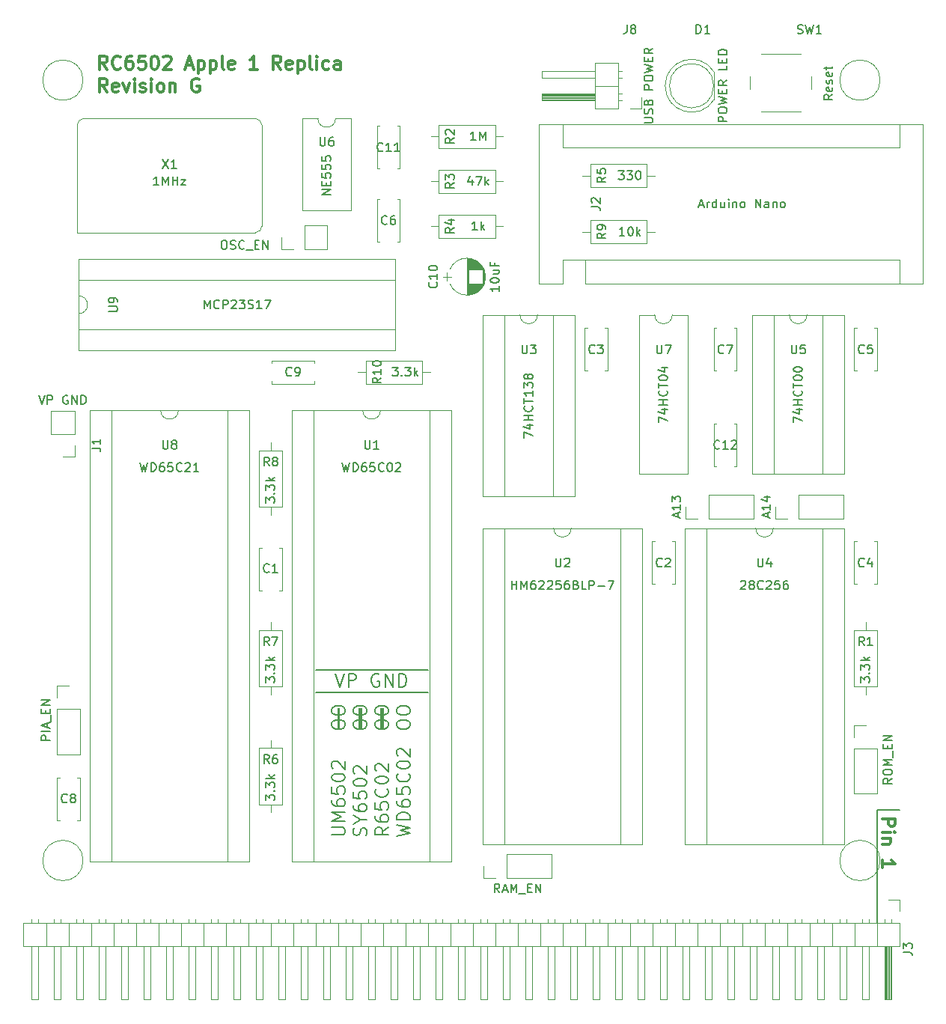
<source format=gto>
G04 #@! TF.FileFunction,Legend,Top*
%FSLAX46Y46*%
G04 Gerber Fmt 4.6, Leading zero omitted, Abs format (unit mm)*
G04 Created by KiCad (PCBNEW 4.0.7) date 06/23/19 20:07:49*
%MOMM*%
%LPD*%
G01*
G04 APERTURE LIST*
%ADD10C,0.100000*%
%ADD11C,0.200000*%
%ADD12C,0.300000*%
%ADD13C,0.150000*%
%ADD14C,0.120000*%
G04 APERTURE END LIST*
D10*
D11*
X149225000Y-110490000D02*
X161925000Y-110490000D01*
X149225000Y-113030000D02*
X161925000Y-113030000D01*
X154432000Y-117221000D02*
X154432000Y-114808000D01*
X156845000Y-117221000D02*
X156845000Y-114808000D01*
X156591000Y-115316000D02*
X156718000Y-115316000D01*
X156591000Y-117221000D02*
X156591000Y-114808000D01*
X156718000Y-117221000D02*
X156718000Y-114808000D01*
X154178000Y-114808000D02*
X154178000Y-117221000D01*
X154305000Y-117221000D02*
X154305000Y-114808000D01*
X151765000Y-114808000D02*
X151765000Y-117221000D01*
X151892000Y-114808000D02*
X151892000Y-117221000D01*
X151467857Y-110938571D02*
X151967857Y-112438571D01*
X152467857Y-110938571D01*
X152967857Y-112438571D02*
X152967857Y-110938571D01*
X153539285Y-110938571D01*
X153682143Y-111010000D01*
X153753571Y-111081429D01*
X153825000Y-111224286D01*
X153825000Y-111438571D01*
X153753571Y-111581429D01*
X153682143Y-111652857D01*
X153539285Y-111724286D01*
X152967857Y-111724286D01*
X156396428Y-111010000D02*
X156253571Y-110938571D01*
X156039285Y-110938571D01*
X155825000Y-111010000D01*
X155682142Y-111152857D01*
X155610714Y-111295714D01*
X155539285Y-111581429D01*
X155539285Y-111795714D01*
X155610714Y-112081429D01*
X155682142Y-112224286D01*
X155825000Y-112367143D01*
X156039285Y-112438571D01*
X156182142Y-112438571D01*
X156396428Y-112367143D01*
X156467857Y-112295714D01*
X156467857Y-111795714D01*
X156182142Y-111795714D01*
X157110714Y-112438571D02*
X157110714Y-110938571D01*
X157967857Y-112438571D01*
X157967857Y-110938571D01*
X158682143Y-112438571D02*
X158682143Y-110938571D01*
X159039286Y-110938571D01*
X159253571Y-111010000D01*
X159396429Y-111152857D01*
X159467857Y-111295714D01*
X159539286Y-111581429D01*
X159539286Y-111795714D01*
X159467857Y-112081429D01*
X159396429Y-112224286D01*
X159253571Y-112367143D01*
X159039286Y-112438571D01*
X158682143Y-112438571D01*
X151078571Y-116832143D02*
X151078571Y-116546429D01*
X151150000Y-116403571D01*
X151292857Y-116260714D01*
X151578571Y-116189286D01*
X152078571Y-116189286D01*
X152364286Y-116260714D01*
X152507143Y-116403571D01*
X152578571Y-116546429D01*
X152578571Y-116832143D01*
X152507143Y-116975000D01*
X152364286Y-117117857D01*
X152078571Y-117189286D01*
X151578571Y-117189286D01*
X151292857Y-117117857D01*
X151150000Y-116975000D01*
X151078571Y-116832143D01*
X151078571Y-115260714D02*
X151078571Y-114975000D01*
X151150000Y-114832142D01*
X151292857Y-114689285D01*
X151578571Y-114617857D01*
X152078571Y-114617857D01*
X152364286Y-114689285D01*
X152507143Y-114832142D01*
X152578571Y-114975000D01*
X152578571Y-115260714D01*
X152507143Y-115403571D01*
X152364286Y-115546428D01*
X152078571Y-115617857D01*
X151578571Y-115617857D01*
X151292857Y-115546428D01*
X151150000Y-115403571D01*
X151078571Y-115260714D01*
X153528571Y-116832143D02*
X153528571Y-116546429D01*
X153600000Y-116403571D01*
X153742857Y-116260714D01*
X154028571Y-116189286D01*
X154528571Y-116189286D01*
X154814286Y-116260714D01*
X154957143Y-116403571D01*
X155028571Y-116546429D01*
X155028571Y-116832143D01*
X154957143Y-116975000D01*
X154814286Y-117117857D01*
X154528571Y-117189286D01*
X154028571Y-117189286D01*
X153742857Y-117117857D01*
X153600000Y-116975000D01*
X153528571Y-116832143D01*
X153528571Y-115260714D02*
X153528571Y-114975000D01*
X153600000Y-114832142D01*
X153742857Y-114689285D01*
X154028571Y-114617857D01*
X154528571Y-114617857D01*
X154814286Y-114689285D01*
X154957143Y-114832142D01*
X155028571Y-114975000D01*
X155028571Y-115260714D01*
X154957143Y-115403571D01*
X154814286Y-115546428D01*
X154528571Y-115617857D01*
X154028571Y-115617857D01*
X153742857Y-115546428D01*
X153600000Y-115403571D01*
X153528571Y-115260714D01*
X155978571Y-116832143D02*
X155978571Y-116546429D01*
X156050000Y-116403571D01*
X156192857Y-116260714D01*
X156478571Y-116189286D01*
X156978571Y-116189286D01*
X157264286Y-116260714D01*
X157407143Y-116403571D01*
X157478571Y-116546429D01*
X157478571Y-116832143D01*
X157407143Y-116975000D01*
X157264286Y-117117857D01*
X156978571Y-117189286D01*
X156478571Y-117189286D01*
X156192857Y-117117857D01*
X156050000Y-116975000D01*
X155978571Y-116832143D01*
X155978571Y-115260714D02*
X155978571Y-114975000D01*
X156050000Y-114832142D01*
X156192857Y-114689285D01*
X156478571Y-114617857D01*
X156978571Y-114617857D01*
X157264286Y-114689285D01*
X157407143Y-114832142D01*
X157478571Y-114975000D01*
X157478571Y-115260714D01*
X157407143Y-115403571D01*
X157264286Y-115546428D01*
X156978571Y-115617857D01*
X156478571Y-115617857D01*
X156192857Y-115546428D01*
X156050000Y-115403571D01*
X155978571Y-115260714D01*
X158428571Y-116832143D02*
X158428571Y-116546429D01*
X158500000Y-116403571D01*
X158642857Y-116260714D01*
X158928571Y-116189286D01*
X159428571Y-116189286D01*
X159714286Y-116260714D01*
X159857143Y-116403571D01*
X159928571Y-116546429D01*
X159928571Y-116832143D01*
X159857143Y-116975000D01*
X159714286Y-117117857D01*
X159428571Y-117189286D01*
X158928571Y-117189286D01*
X158642857Y-117117857D01*
X158500000Y-116975000D01*
X158428571Y-116832143D01*
X158428571Y-115260714D02*
X158428571Y-114975000D01*
X158500000Y-114832142D01*
X158642857Y-114689285D01*
X158928571Y-114617857D01*
X159428571Y-114617857D01*
X159714286Y-114689285D01*
X159857143Y-114832142D01*
X159928571Y-114975000D01*
X159928571Y-115260714D01*
X159857143Y-115403571D01*
X159714286Y-115546428D01*
X159428571Y-115617857D01*
X158928571Y-115617857D01*
X158642857Y-115546428D01*
X158500000Y-115403571D01*
X158428571Y-115260714D01*
X151078571Y-129182857D02*
X152292857Y-129182857D01*
X152435714Y-129111429D01*
X152507143Y-129040000D01*
X152578571Y-128897143D01*
X152578571Y-128611429D01*
X152507143Y-128468571D01*
X152435714Y-128397143D01*
X152292857Y-128325714D01*
X151078571Y-128325714D01*
X152578571Y-127611428D02*
X151078571Y-127611428D01*
X152150000Y-127111428D01*
X151078571Y-126611428D01*
X152578571Y-126611428D01*
X151078571Y-125254285D02*
X151078571Y-125539999D01*
X151150000Y-125682856D01*
X151221429Y-125754285D01*
X151435714Y-125897142D01*
X151721429Y-125968571D01*
X152292857Y-125968571D01*
X152435714Y-125897142D01*
X152507143Y-125825714D01*
X152578571Y-125682856D01*
X152578571Y-125397142D01*
X152507143Y-125254285D01*
X152435714Y-125182856D01*
X152292857Y-125111428D01*
X151935714Y-125111428D01*
X151792857Y-125182856D01*
X151721429Y-125254285D01*
X151650000Y-125397142D01*
X151650000Y-125682856D01*
X151721429Y-125825714D01*
X151792857Y-125897142D01*
X151935714Y-125968571D01*
X151078571Y-123754285D02*
X151078571Y-124468571D01*
X151792857Y-124540000D01*
X151721429Y-124468571D01*
X151650000Y-124325714D01*
X151650000Y-123968571D01*
X151721429Y-123825714D01*
X151792857Y-123754285D01*
X151935714Y-123682857D01*
X152292857Y-123682857D01*
X152435714Y-123754285D01*
X152507143Y-123825714D01*
X152578571Y-123968571D01*
X152578571Y-124325714D01*
X152507143Y-124468571D01*
X152435714Y-124540000D01*
X151078571Y-122754286D02*
X151078571Y-122611429D01*
X151150000Y-122468572D01*
X151221429Y-122397143D01*
X151364286Y-122325714D01*
X151650000Y-122254286D01*
X152007143Y-122254286D01*
X152292857Y-122325714D01*
X152435714Y-122397143D01*
X152507143Y-122468572D01*
X152578571Y-122611429D01*
X152578571Y-122754286D01*
X152507143Y-122897143D01*
X152435714Y-122968572D01*
X152292857Y-123040000D01*
X152007143Y-123111429D01*
X151650000Y-123111429D01*
X151364286Y-123040000D01*
X151221429Y-122968572D01*
X151150000Y-122897143D01*
X151078571Y-122754286D01*
X151221429Y-121682858D02*
X151150000Y-121611429D01*
X151078571Y-121468572D01*
X151078571Y-121111429D01*
X151150000Y-120968572D01*
X151221429Y-120897143D01*
X151364286Y-120825715D01*
X151507143Y-120825715D01*
X151721429Y-120897143D01*
X152578571Y-121754286D01*
X152578571Y-120825715D01*
X154957143Y-129254286D02*
X155028571Y-129040000D01*
X155028571Y-128682857D01*
X154957143Y-128540000D01*
X154885714Y-128468571D01*
X154742857Y-128397143D01*
X154600000Y-128397143D01*
X154457143Y-128468571D01*
X154385714Y-128540000D01*
X154314286Y-128682857D01*
X154242857Y-128968571D01*
X154171429Y-129111429D01*
X154100000Y-129182857D01*
X153957143Y-129254286D01*
X153814286Y-129254286D01*
X153671429Y-129182857D01*
X153600000Y-129111429D01*
X153528571Y-128968571D01*
X153528571Y-128611429D01*
X153600000Y-128397143D01*
X154314286Y-127468572D02*
X155028571Y-127468572D01*
X153528571Y-127968572D02*
X154314286Y-127468572D01*
X153528571Y-126968572D01*
X153528571Y-125825715D02*
X153528571Y-126111429D01*
X153600000Y-126254286D01*
X153671429Y-126325715D01*
X153885714Y-126468572D01*
X154171429Y-126540001D01*
X154742857Y-126540001D01*
X154885714Y-126468572D01*
X154957143Y-126397144D01*
X155028571Y-126254286D01*
X155028571Y-125968572D01*
X154957143Y-125825715D01*
X154885714Y-125754286D01*
X154742857Y-125682858D01*
X154385714Y-125682858D01*
X154242857Y-125754286D01*
X154171429Y-125825715D01*
X154100000Y-125968572D01*
X154100000Y-126254286D01*
X154171429Y-126397144D01*
X154242857Y-126468572D01*
X154385714Y-126540001D01*
X153528571Y-124325715D02*
X153528571Y-125040001D01*
X154242857Y-125111430D01*
X154171429Y-125040001D01*
X154100000Y-124897144D01*
X154100000Y-124540001D01*
X154171429Y-124397144D01*
X154242857Y-124325715D01*
X154385714Y-124254287D01*
X154742857Y-124254287D01*
X154885714Y-124325715D01*
X154957143Y-124397144D01*
X155028571Y-124540001D01*
X155028571Y-124897144D01*
X154957143Y-125040001D01*
X154885714Y-125111430D01*
X153528571Y-123325716D02*
X153528571Y-123182859D01*
X153600000Y-123040002D01*
X153671429Y-122968573D01*
X153814286Y-122897144D01*
X154100000Y-122825716D01*
X154457143Y-122825716D01*
X154742857Y-122897144D01*
X154885714Y-122968573D01*
X154957143Y-123040002D01*
X155028571Y-123182859D01*
X155028571Y-123325716D01*
X154957143Y-123468573D01*
X154885714Y-123540002D01*
X154742857Y-123611430D01*
X154457143Y-123682859D01*
X154100000Y-123682859D01*
X153814286Y-123611430D01*
X153671429Y-123540002D01*
X153600000Y-123468573D01*
X153528571Y-123325716D01*
X153671429Y-122254288D02*
X153600000Y-122182859D01*
X153528571Y-122040002D01*
X153528571Y-121682859D01*
X153600000Y-121540002D01*
X153671429Y-121468573D01*
X153814286Y-121397145D01*
X153957143Y-121397145D01*
X154171429Y-121468573D01*
X155028571Y-122325716D01*
X155028571Y-121397145D01*
X157478571Y-128325714D02*
X156764286Y-128825714D01*
X157478571Y-129182857D02*
X155978571Y-129182857D01*
X155978571Y-128611429D01*
X156050000Y-128468571D01*
X156121429Y-128397143D01*
X156264286Y-128325714D01*
X156478571Y-128325714D01*
X156621429Y-128397143D01*
X156692857Y-128468571D01*
X156764286Y-128611429D01*
X156764286Y-129182857D01*
X155978571Y-127040000D02*
X155978571Y-127325714D01*
X156050000Y-127468571D01*
X156121429Y-127540000D01*
X156335714Y-127682857D01*
X156621429Y-127754286D01*
X157192857Y-127754286D01*
X157335714Y-127682857D01*
X157407143Y-127611429D01*
X157478571Y-127468571D01*
X157478571Y-127182857D01*
X157407143Y-127040000D01*
X157335714Y-126968571D01*
X157192857Y-126897143D01*
X156835714Y-126897143D01*
X156692857Y-126968571D01*
X156621429Y-127040000D01*
X156550000Y-127182857D01*
X156550000Y-127468571D01*
X156621429Y-127611429D01*
X156692857Y-127682857D01*
X156835714Y-127754286D01*
X155978571Y-125540000D02*
X155978571Y-126254286D01*
X156692857Y-126325715D01*
X156621429Y-126254286D01*
X156550000Y-126111429D01*
X156550000Y-125754286D01*
X156621429Y-125611429D01*
X156692857Y-125540000D01*
X156835714Y-125468572D01*
X157192857Y-125468572D01*
X157335714Y-125540000D01*
X157407143Y-125611429D01*
X157478571Y-125754286D01*
X157478571Y-126111429D01*
X157407143Y-126254286D01*
X157335714Y-126325715D01*
X157335714Y-123968572D02*
X157407143Y-124040001D01*
X157478571Y-124254287D01*
X157478571Y-124397144D01*
X157407143Y-124611429D01*
X157264286Y-124754287D01*
X157121429Y-124825715D01*
X156835714Y-124897144D01*
X156621429Y-124897144D01*
X156335714Y-124825715D01*
X156192857Y-124754287D01*
X156050000Y-124611429D01*
X155978571Y-124397144D01*
X155978571Y-124254287D01*
X156050000Y-124040001D01*
X156121429Y-123968572D01*
X155978571Y-123040001D02*
X155978571Y-122897144D01*
X156050000Y-122754287D01*
X156121429Y-122682858D01*
X156264286Y-122611429D01*
X156550000Y-122540001D01*
X156907143Y-122540001D01*
X157192857Y-122611429D01*
X157335714Y-122682858D01*
X157407143Y-122754287D01*
X157478571Y-122897144D01*
X157478571Y-123040001D01*
X157407143Y-123182858D01*
X157335714Y-123254287D01*
X157192857Y-123325715D01*
X156907143Y-123397144D01*
X156550000Y-123397144D01*
X156264286Y-123325715D01*
X156121429Y-123254287D01*
X156050000Y-123182858D01*
X155978571Y-123040001D01*
X156121429Y-121968573D02*
X156050000Y-121897144D01*
X155978571Y-121754287D01*
X155978571Y-121397144D01*
X156050000Y-121254287D01*
X156121429Y-121182858D01*
X156264286Y-121111430D01*
X156407143Y-121111430D01*
X156621429Y-121182858D01*
X157478571Y-122040001D01*
X157478571Y-121111430D01*
X158428571Y-129325714D02*
X159928571Y-128968571D01*
X158857143Y-128682857D01*
X159928571Y-128397143D01*
X158428571Y-128040000D01*
X159928571Y-127468571D02*
X158428571Y-127468571D01*
X158428571Y-127111428D01*
X158500000Y-126897143D01*
X158642857Y-126754285D01*
X158785714Y-126682857D01*
X159071429Y-126611428D01*
X159285714Y-126611428D01*
X159571429Y-126682857D01*
X159714286Y-126754285D01*
X159857143Y-126897143D01*
X159928571Y-127111428D01*
X159928571Y-127468571D01*
X158428571Y-125325714D02*
X158428571Y-125611428D01*
X158500000Y-125754285D01*
X158571429Y-125825714D01*
X158785714Y-125968571D01*
X159071429Y-126040000D01*
X159642857Y-126040000D01*
X159785714Y-125968571D01*
X159857143Y-125897143D01*
X159928571Y-125754285D01*
X159928571Y-125468571D01*
X159857143Y-125325714D01*
X159785714Y-125254285D01*
X159642857Y-125182857D01*
X159285714Y-125182857D01*
X159142857Y-125254285D01*
X159071429Y-125325714D01*
X159000000Y-125468571D01*
X159000000Y-125754285D01*
X159071429Y-125897143D01*
X159142857Y-125968571D01*
X159285714Y-126040000D01*
X158428571Y-123825714D02*
X158428571Y-124540000D01*
X159142857Y-124611429D01*
X159071429Y-124540000D01*
X159000000Y-124397143D01*
X159000000Y-124040000D01*
X159071429Y-123897143D01*
X159142857Y-123825714D01*
X159285714Y-123754286D01*
X159642857Y-123754286D01*
X159785714Y-123825714D01*
X159857143Y-123897143D01*
X159928571Y-124040000D01*
X159928571Y-124397143D01*
X159857143Y-124540000D01*
X159785714Y-124611429D01*
X159785714Y-122254286D02*
X159857143Y-122325715D01*
X159928571Y-122540001D01*
X159928571Y-122682858D01*
X159857143Y-122897143D01*
X159714286Y-123040001D01*
X159571429Y-123111429D01*
X159285714Y-123182858D01*
X159071429Y-123182858D01*
X158785714Y-123111429D01*
X158642857Y-123040001D01*
X158500000Y-122897143D01*
X158428571Y-122682858D01*
X158428571Y-122540001D01*
X158500000Y-122325715D01*
X158571429Y-122254286D01*
X158428571Y-121325715D02*
X158428571Y-121182858D01*
X158500000Y-121040001D01*
X158571429Y-120968572D01*
X158714286Y-120897143D01*
X159000000Y-120825715D01*
X159357143Y-120825715D01*
X159642857Y-120897143D01*
X159785714Y-120968572D01*
X159857143Y-121040001D01*
X159928571Y-121182858D01*
X159928571Y-121325715D01*
X159857143Y-121468572D01*
X159785714Y-121540001D01*
X159642857Y-121611429D01*
X159357143Y-121682858D01*
X159000000Y-121682858D01*
X158714286Y-121611429D01*
X158571429Y-121540001D01*
X158500000Y-121468572D01*
X158428571Y-121325715D01*
X158571429Y-120254287D02*
X158500000Y-120182858D01*
X158428571Y-120040001D01*
X158428571Y-119682858D01*
X158500000Y-119540001D01*
X158571429Y-119468572D01*
X158714286Y-119397144D01*
X158857143Y-119397144D01*
X159071429Y-119468572D01*
X159928571Y-120325715D01*
X159928571Y-119397144D01*
D12*
X213316429Y-127357143D02*
X214816429Y-127357143D01*
X214816429Y-127928571D01*
X214745000Y-128071429D01*
X214673571Y-128142857D01*
X214530714Y-128214286D01*
X214316429Y-128214286D01*
X214173571Y-128142857D01*
X214102143Y-128071429D01*
X214030714Y-127928571D01*
X214030714Y-127357143D01*
X213316429Y-128857143D02*
X214316429Y-128857143D01*
X214816429Y-128857143D02*
X214745000Y-128785714D01*
X214673571Y-128857143D01*
X214745000Y-128928571D01*
X214816429Y-128857143D01*
X214673571Y-128857143D01*
X214316429Y-129571429D02*
X213316429Y-129571429D01*
X214173571Y-129571429D02*
X214245000Y-129642857D01*
X214316429Y-129785715D01*
X214316429Y-130000000D01*
X214245000Y-130142857D01*
X214102143Y-130214286D01*
X213316429Y-130214286D01*
X213316429Y-132857143D02*
X213316429Y-132000000D01*
X213316429Y-132428572D02*
X214816429Y-132428572D01*
X214602143Y-132285715D01*
X214459286Y-132142857D01*
X214387857Y-132000000D01*
D11*
X212725000Y-126365000D02*
X215265000Y-126365000D01*
X212725000Y-139065000D02*
X212725000Y-126365000D01*
D13*
X186396381Y-48640476D02*
X187205905Y-48640476D01*
X187301143Y-48592857D01*
X187348762Y-48545238D01*
X187396381Y-48450000D01*
X187396381Y-48259523D01*
X187348762Y-48164285D01*
X187301143Y-48116666D01*
X187205905Y-48069047D01*
X186396381Y-48069047D01*
X187348762Y-47640476D02*
X187396381Y-47497619D01*
X187396381Y-47259523D01*
X187348762Y-47164285D01*
X187301143Y-47116666D01*
X187205905Y-47069047D01*
X187110667Y-47069047D01*
X187015429Y-47116666D01*
X186967810Y-47164285D01*
X186920190Y-47259523D01*
X186872571Y-47450000D01*
X186824952Y-47545238D01*
X186777333Y-47592857D01*
X186682095Y-47640476D01*
X186586857Y-47640476D01*
X186491619Y-47592857D01*
X186444000Y-47545238D01*
X186396381Y-47450000D01*
X186396381Y-47211904D01*
X186444000Y-47069047D01*
X186872571Y-46307142D02*
X186920190Y-46164285D01*
X186967810Y-46116666D01*
X187063048Y-46069047D01*
X187205905Y-46069047D01*
X187301143Y-46116666D01*
X187348762Y-46164285D01*
X187396381Y-46259523D01*
X187396381Y-46640476D01*
X186396381Y-46640476D01*
X186396381Y-46307142D01*
X186444000Y-46211904D01*
X186491619Y-46164285D01*
X186586857Y-46116666D01*
X186682095Y-46116666D01*
X186777333Y-46164285D01*
X186824952Y-46211904D01*
X186872571Y-46307142D01*
X186872571Y-46640476D01*
X187396381Y-44878571D02*
X186396381Y-44878571D01*
X186396381Y-44497618D01*
X186444000Y-44402380D01*
X186491619Y-44354761D01*
X186586857Y-44307142D01*
X186729714Y-44307142D01*
X186824952Y-44354761D01*
X186872571Y-44402380D01*
X186920190Y-44497618D01*
X186920190Y-44878571D01*
X186396381Y-43688095D02*
X186396381Y-43497618D01*
X186444000Y-43402380D01*
X186539238Y-43307142D01*
X186729714Y-43259523D01*
X187063048Y-43259523D01*
X187253524Y-43307142D01*
X187348762Y-43402380D01*
X187396381Y-43497618D01*
X187396381Y-43688095D01*
X187348762Y-43783333D01*
X187253524Y-43878571D01*
X187063048Y-43926190D01*
X186729714Y-43926190D01*
X186539238Y-43878571D01*
X186444000Y-43783333D01*
X186396381Y-43688095D01*
X186396381Y-42926190D02*
X187396381Y-42688095D01*
X186682095Y-42497618D01*
X187396381Y-42307142D01*
X186396381Y-42069047D01*
X186872571Y-41688095D02*
X186872571Y-41354761D01*
X187396381Y-41211904D02*
X187396381Y-41688095D01*
X186396381Y-41688095D01*
X186396381Y-41211904D01*
X187396381Y-40211904D02*
X186920190Y-40545238D01*
X187396381Y-40783333D02*
X186396381Y-40783333D01*
X186396381Y-40402380D01*
X186444000Y-40307142D01*
X186491619Y-40259523D01*
X186586857Y-40211904D01*
X186729714Y-40211904D01*
X186824952Y-40259523D01*
X186872571Y-40307142D01*
X186920190Y-40402380D01*
X186920190Y-40783333D01*
X195778381Y-48497619D02*
X194778381Y-48497619D01*
X194778381Y-48116666D01*
X194826000Y-48021428D01*
X194873619Y-47973809D01*
X194968857Y-47926190D01*
X195111714Y-47926190D01*
X195206952Y-47973809D01*
X195254571Y-48021428D01*
X195302190Y-48116666D01*
X195302190Y-48497619D01*
X194778381Y-47307143D02*
X194778381Y-47116666D01*
X194826000Y-47021428D01*
X194921238Y-46926190D01*
X195111714Y-46878571D01*
X195445048Y-46878571D01*
X195635524Y-46926190D01*
X195730762Y-47021428D01*
X195778381Y-47116666D01*
X195778381Y-47307143D01*
X195730762Y-47402381D01*
X195635524Y-47497619D01*
X195445048Y-47545238D01*
X195111714Y-47545238D01*
X194921238Y-47497619D01*
X194826000Y-47402381D01*
X194778381Y-47307143D01*
X194778381Y-46545238D02*
X195778381Y-46307143D01*
X195064095Y-46116666D01*
X195778381Y-45926190D01*
X194778381Y-45688095D01*
X195254571Y-45307143D02*
X195254571Y-44973809D01*
X195778381Y-44830952D02*
X195778381Y-45307143D01*
X194778381Y-45307143D01*
X194778381Y-44830952D01*
X195778381Y-43830952D02*
X195302190Y-44164286D01*
X195778381Y-44402381D02*
X194778381Y-44402381D01*
X194778381Y-44021428D01*
X194826000Y-43926190D01*
X194873619Y-43878571D01*
X194968857Y-43830952D01*
X195111714Y-43830952D01*
X195206952Y-43878571D01*
X195254571Y-43926190D01*
X195302190Y-44021428D01*
X195302190Y-44402381D01*
X195778381Y-42164285D02*
X195778381Y-42640476D01*
X194778381Y-42640476D01*
X195254571Y-41830952D02*
X195254571Y-41497618D01*
X195778381Y-41354761D02*
X195778381Y-41830952D01*
X194778381Y-41830952D01*
X194778381Y-41354761D01*
X195778381Y-40926190D02*
X194778381Y-40926190D01*
X194778381Y-40688095D01*
X194826000Y-40545237D01*
X194921238Y-40449999D01*
X195016476Y-40402380D01*
X195206952Y-40354761D01*
X195349810Y-40354761D01*
X195540286Y-40402380D01*
X195635524Y-40449999D01*
X195730762Y-40545237D01*
X195778381Y-40688095D01*
X195778381Y-40926190D01*
X207716381Y-45434095D02*
X207240190Y-45767429D01*
X207716381Y-46005524D02*
X206716381Y-46005524D01*
X206716381Y-45624571D01*
X206764000Y-45529333D01*
X206811619Y-45481714D01*
X206906857Y-45434095D01*
X207049714Y-45434095D01*
X207144952Y-45481714D01*
X207192571Y-45529333D01*
X207240190Y-45624571D01*
X207240190Y-46005524D01*
X207668762Y-44624571D02*
X207716381Y-44719809D01*
X207716381Y-44910286D01*
X207668762Y-45005524D01*
X207573524Y-45053143D01*
X207192571Y-45053143D01*
X207097333Y-45005524D01*
X207049714Y-44910286D01*
X207049714Y-44719809D01*
X207097333Y-44624571D01*
X207192571Y-44576952D01*
X207287810Y-44576952D01*
X207383048Y-45053143D01*
X207668762Y-44196000D02*
X207716381Y-44100762D01*
X207716381Y-43910286D01*
X207668762Y-43815047D01*
X207573524Y-43767428D01*
X207525905Y-43767428D01*
X207430667Y-43815047D01*
X207383048Y-43910286D01*
X207383048Y-44053143D01*
X207335429Y-44148381D01*
X207240190Y-44196000D01*
X207192571Y-44196000D01*
X207097333Y-44148381D01*
X207049714Y-44053143D01*
X207049714Y-43910286D01*
X207097333Y-43815047D01*
X207668762Y-42957904D02*
X207716381Y-43053142D01*
X207716381Y-43243619D01*
X207668762Y-43338857D01*
X207573524Y-43386476D01*
X207192571Y-43386476D01*
X207097333Y-43338857D01*
X207049714Y-43243619D01*
X207049714Y-43053142D01*
X207097333Y-42957904D01*
X207192571Y-42910285D01*
X207287810Y-42910285D01*
X207383048Y-43386476D01*
X207049714Y-42624571D02*
X207049714Y-42243619D01*
X206716381Y-42481714D02*
X207573524Y-42481714D01*
X207668762Y-42434095D01*
X207716381Y-42338857D01*
X207716381Y-42243619D01*
D12*
X125674286Y-42583571D02*
X125174286Y-41869286D01*
X124817143Y-42583571D02*
X124817143Y-41083571D01*
X125388571Y-41083571D01*
X125531429Y-41155000D01*
X125602857Y-41226429D01*
X125674286Y-41369286D01*
X125674286Y-41583571D01*
X125602857Y-41726429D01*
X125531429Y-41797857D01*
X125388571Y-41869286D01*
X124817143Y-41869286D01*
X127174286Y-42440714D02*
X127102857Y-42512143D01*
X126888571Y-42583571D01*
X126745714Y-42583571D01*
X126531429Y-42512143D01*
X126388571Y-42369286D01*
X126317143Y-42226429D01*
X126245714Y-41940714D01*
X126245714Y-41726429D01*
X126317143Y-41440714D01*
X126388571Y-41297857D01*
X126531429Y-41155000D01*
X126745714Y-41083571D01*
X126888571Y-41083571D01*
X127102857Y-41155000D01*
X127174286Y-41226429D01*
X128460000Y-41083571D02*
X128174286Y-41083571D01*
X128031429Y-41155000D01*
X127960000Y-41226429D01*
X127817143Y-41440714D01*
X127745714Y-41726429D01*
X127745714Y-42297857D01*
X127817143Y-42440714D01*
X127888571Y-42512143D01*
X128031429Y-42583571D01*
X128317143Y-42583571D01*
X128460000Y-42512143D01*
X128531429Y-42440714D01*
X128602857Y-42297857D01*
X128602857Y-41940714D01*
X128531429Y-41797857D01*
X128460000Y-41726429D01*
X128317143Y-41655000D01*
X128031429Y-41655000D01*
X127888571Y-41726429D01*
X127817143Y-41797857D01*
X127745714Y-41940714D01*
X129960000Y-41083571D02*
X129245714Y-41083571D01*
X129174285Y-41797857D01*
X129245714Y-41726429D01*
X129388571Y-41655000D01*
X129745714Y-41655000D01*
X129888571Y-41726429D01*
X129960000Y-41797857D01*
X130031428Y-41940714D01*
X130031428Y-42297857D01*
X129960000Y-42440714D01*
X129888571Y-42512143D01*
X129745714Y-42583571D01*
X129388571Y-42583571D01*
X129245714Y-42512143D01*
X129174285Y-42440714D01*
X130959999Y-41083571D02*
X131102856Y-41083571D01*
X131245713Y-41155000D01*
X131317142Y-41226429D01*
X131388571Y-41369286D01*
X131459999Y-41655000D01*
X131459999Y-42012143D01*
X131388571Y-42297857D01*
X131317142Y-42440714D01*
X131245713Y-42512143D01*
X131102856Y-42583571D01*
X130959999Y-42583571D01*
X130817142Y-42512143D01*
X130745713Y-42440714D01*
X130674285Y-42297857D01*
X130602856Y-42012143D01*
X130602856Y-41655000D01*
X130674285Y-41369286D01*
X130745713Y-41226429D01*
X130817142Y-41155000D01*
X130959999Y-41083571D01*
X132031427Y-41226429D02*
X132102856Y-41155000D01*
X132245713Y-41083571D01*
X132602856Y-41083571D01*
X132745713Y-41155000D01*
X132817142Y-41226429D01*
X132888570Y-41369286D01*
X132888570Y-41512143D01*
X132817142Y-41726429D01*
X131959999Y-42583571D01*
X132888570Y-42583571D01*
X134602855Y-42155000D02*
X135317141Y-42155000D01*
X134459998Y-42583571D02*
X134959998Y-41083571D01*
X135459998Y-42583571D01*
X135959998Y-41583571D02*
X135959998Y-43083571D01*
X135959998Y-41655000D02*
X136102855Y-41583571D01*
X136388569Y-41583571D01*
X136531426Y-41655000D01*
X136602855Y-41726429D01*
X136674284Y-41869286D01*
X136674284Y-42297857D01*
X136602855Y-42440714D01*
X136531426Y-42512143D01*
X136388569Y-42583571D01*
X136102855Y-42583571D01*
X135959998Y-42512143D01*
X137317141Y-41583571D02*
X137317141Y-43083571D01*
X137317141Y-41655000D02*
X137459998Y-41583571D01*
X137745712Y-41583571D01*
X137888569Y-41655000D01*
X137959998Y-41726429D01*
X138031427Y-41869286D01*
X138031427Y-42297857D01*
X137959998Y-42440714D01*
X137888569Y-42512143D01*
X137745712Y-42583571D01*
X137459998Y-42583571D01*
X137317141Y-42512143D01*
X138888570Y-42583571D02*
X138745712Y-42512143D01*
X138674284Y-42369286D01*
X138674284Y-41083571D01*
X140031426Y-42512143D02*
X139888569Y-42583571D01*
X139602855Y-42583571D01*
X139459998Y-42512143D01*
X139388569Y-42369286D01*
X139388569Y-41797857D01*
X139459998Y-41655000D01*
X139602855Y-41583571D01*
X139888569Y-41583571D01*
X140031426Y-41655000D01*
X140102855Y-41797857D01*
X140102855Y-41940714D01*
X139388569Y-42083571D01*
X142674283Y-42583571D02*
X141817140Y-42583571D01*
X142245712Y-42583571D02*
X142245712Y-41083571D01*
X142102855Y-41297857D01*
X141959997Y-41440714D01*
X141817140Y-41512143D01*
X145317140Y-42583571D02*
X144817140Y-41869286D01*
X144459997Y-42583571D02*
X144459997Y-41083571D01*
X145031425Y-41083571D01*
X145174283Y-41155000D01*
X145245711Y-41226429D01*
X145317140Y-41369286D01*
X145317140Y-41583571D01*
X145245711Y-41726429D01*
X145174283Y-41797857D01*
X145031425Y-41869286D01*
X144459997Y-41869286D01*
X146531425Y-42512143D02*
X146388568Y-42583571D01*
X146102854Y-42583571D01*
X145959997Y-42512143D01*
X145888568Y-42369286D01*
X145888568Y-41797857D01*
X145959997Y-41655000D01*
X146102854Y-41583571D01*
X146388568Y-41583571D01*
X146531425Y-41655000D01*
X146602854Y-41797857D01*
X146602854Y-41940714D01*
X145888568Y-42083571D01*
X147245711Y-41583571D02*
X147245711Y-43083571D01*
X147245711Y-41655000D02*
X147388568Y-41583571D01*
X147674282Y-41583571D01*
X147817139Y-41655000D01*
X147888568Y-41726429D01*
X147959997Y-41869286D01*
X147959997Y-42297857D01*
X147888568Y-42440714D01*
X147817139Y-42512143D01*
X147674282Y-42583571D01*
X147388568Y-42583571D01*
X147245711Y-42512143D01*
X148817140Y-42583571D02*
X148674282Y-42512143D01*
X148602854Y-42369286D01*
X148602854Y-41083571D01*
X149388568Y-42583571D02*
X149388568Y-41583571D01*
X149388568Y-41083571D02*
X149317139Y-41155000D01*
X149388568Y-41226429D01*
X149459996Y-41155000D01*
X149388568Y-41083571D01*
X149388568Y-41226429D01*
X150745711Y-42512143D02*
X150602854Y-42583571D01*
X150317140Y-42583571D01*
X150174282Y-42512143D01*
X150102854Y-42440714D01*
X150031425Y-42297857D01*
X150031425Y-41869286D01*
X150102854Y-41726429D01*
X150174282Y-41655000D01*
X150317140Y-41583571D01*
X150602854Y-41583571D01*
X150745711Y-41655000D01*
X152031425Y-42583571D02*
X152031425Y-41797857D01*
X151959996Y-41655000D01*
X151817139Y-41583571D01*
X151531425Y-41583571D01*
X151388568Y-41655000D01*
X152031425Y-42512143D02*
X151888568Y-42583571D01*
X151531425Y-42583571D01*
X151388568Y-42512143D01*
X151317139Y-42369286D01*
X151317139Y-42226429D01*
X151388568Y-42083571D01*
X151531425Y-42012143D01*
X151888568Y-42012143D01*
X152031425Y-41940714D01*
X125674286Y-45133571D02*
X125174286Y-44419286D01*
X124817143Y-45133571D02*
X124817143Y-43633571D01*
X125388571Y-43633571D01*
X125531429Y-43705000D01*
X125602857Y-43776429D01*
X125674286Y-43919286D01*
X125674286Y-44133571D01*
X125602857Y-44276429D01*
X125531429Y-44347857D01*
X125388571Y-44419286D01*
X124817143Y-44419286D01*
X126888571Y-45062143D02*
X126745714Y-45133571D01*
X126460000Y-45133571D01*
X126317143Y-45062143D01*
X126245714Y-44919286D01*
X126245714Y-44347857D01*
X126317143Y-44205000D01*
X126460000Y-44133571D01*
X126745714Y-44133571D01*
X126888571Y-44205000D01*
X126960000Y-44347857D01*
X126960000Y-44490714D01*
X126245714Y-44633571D01*
X127460000Y-44133571D02*
X127817143Y-45133571D01*
X128174285Y-44133571D01*
X128745714Y-45133571D02*
X128745714Y-44133571D01*
X128745714Y-43633571D02*
X128674285Y-43705000D01*
X128745714Y-43776429D01*
X128817142Y-43705000D01*
X128745714Y-43633571D01*
X128745714Y-43776429D01*
X129388571Y-45062143D02*
X129531428Y-45133571D01*
X129817143Y-45133571D01*
X129960000Y-45062143D01*
X130031428Y-44919286D01*
X130031428Y-44847857D01*
X129960000Y-44705000D01*
X129817143Y-44633571D01*
X129602857Y-44633571D01*
X129460000Y-44562143D01*
X129388571Y-44419286D01*
X129388571Y-44347857D01*
X129460000Y-44205000D01*
X129602857Y-44133571D01*
X129817143Y-44133571D01*
X129960000Y-44205000D01*
X130674286Y-45133571D02*
X130674286Y-44133571D01*
X130674286Y-43633571D02*
X130602857Y-43705000D01*
X130674286Y-43776429D01*
X130745714Y-43705000D01*
X130674286Y-43633571D01*
X130674286Y-43776429D01*
X131602858Y-45133571D02*
X131460000Y-45062143D01*
X131388572Y-44990714D01*
X131317143Y-44847857D01*
X131317143Y-44419286D01*
X131388572Y-44276429D01*
X131460000Y-44205000D01*
X131602858Y-44133571D01*
X131817143Y-44133571D01*
X131960000Y-44205000D01*
X132031429Y-44276429D01*
X132102858Y-44419286D01*
X132102858Y-44847857D01*
X132031429Y-44990714D01*
X131960000Y-45062143D01*
X131817143Y-45133571D01*
X131602858Y-45133571D01*
X132745715Y-44133571D02*
X132745715Y-45133571D01*
X132745715Y-44276429D02*
X132817143Y-44205000D01*
X132960001Y-44133571D01*
X133174286Y-44133571D01*
X133317143Y-44205000D01*
X133388572Y-44347857D01*
X133388572Y-45133571D01*
X136031429Y-43705000D02*
X135888572Y-43633571D01*
X135674286Y-43633571D01*
X135460001Y-43705000D01*
X135317143Y-43847857D01*
X135245715Y-43990714D01*
X135174286Y-44276429D01*
X135174286Y-44490714D01*
X135245715Y-44776429D01*
X135317143Y-44919286D01*
X135460001Y-45062143D01*
X135674286Y-45133571D01*
X135817143Y-45133571D01*
X136031429Y-45062143D01*
X136102858Y-44990714D01*
X136102858Y-44490714D01*
X135817143Y-44490714D01*
D14*
X154575000Y-81160000D02*
X148995000Y-81160000D01*
X148995000Y-81160000D02*
X148995000Y-132200000D01*
X148995000Y-132200000D02*
X162155000Y-132200000D01*
X162155000Y-132200000D02*
X162155000Y-81160000D01*
X162155000Y-81160000D02*
X156575000Y-81160000D01*
X146565000Y-81160000D02*
X146565000Y-132200000D01*
X146565000Y-132200000D02*
X164585000Y-132200000D01*
X164585000Y-132200000D02*
X164585000Y-81160000D01*
X164585000Y-81160000D02*
X146565000Y-81160000D01*
X156575000Y-81160000D02*
G75*
G02X154575000Y-81160000I-1000000J0D01*
G01*
X142835000Y-101510000D02*
X142835000Y-96690000D01*
X145455000Y-101510000D02*
X145455000Y-96690000D01*
X142835000Y-101510000D02*
X143149000Y-101510000D01*
X145141000Y-101510000D02*
X145455000Y-101510000D01*
X142835000Y-96690000D02*
X143149000Y-96690000D01*
X145141000Y-96690000D02*
X145455000Y-96690000D01*
X189905000Y-95975000D02*
X189905000Y-100795000D01*
X187285000Y-95975000D02*
X187285000Y-100795000D01*
X189905000Y-95975000D02*
X189591000Y-95975000D01*
X187599000Y-95975000D02*
X187285000Y-95975000D01*
X189905000Y-100795000D02*
X189591000Y-100795000D01*
X187599000Y-100795000D02*
X187285000Y-100795000D01*
X212765000Y-95975000D02*
X212765000Y-100795000D01*
X210145000Y-95975000D02*
X210145000Y-100795000D01*
X212765000Y-95975000D02*
X212451000Y-95975000D01*
X210459000Y-95975000D02*
X210145000Y-95975000D01*
X212765000Y-100795000D02*
X212451000Y-100795000D01*
X210459000Y-100795000D02*
X210145000Y-100795000D01*
X212765000Y-71845000D02*
X212765000Y-76665000D01*
X210145000Y-71845000D02*
X210145000Y-76665000D01*
X212765000Y-71845000D02*
X212451000Y-71845000D01*
X210459000Y-71845000D02*
X210145000Y-71845000D01*
X212765000Y-76665000D02*
X212451000Y-76665000D01*
X210459000Y-76665000D02*
X210145000Y-76665000D01*
X158790000Y-57240000D02*
X158790000Y-62060000D01*
X156170000Y-57240000D02*
X156170000Y-62060000D01*
X158790000Y-57240000D02*
X158476000Y-57240000D01*
X156484000Y-57240000D02*
X156170000Y-57240000D01*
X158790000Y-62060000D02*
X158476000Y-62060000D01*
X156484000Y-62060000D02*
X156170000Y-62060000D01*
X196890000Y-71845000D02*
X196890000Y-76665000D01*
X194270000Y-71845000D02*
X194270000Y-76665000D01*
X196890000Y-71845000D02*
X196576000Y-71845000D01*
X194584000Y-71845000D02*
X194270000Y-71845000D01*
X196890000Y-76665000D02*
X196576000Y-76665000D01*
X194584000Y-76665000D02*
X194270000Y-76665000D01*
X119975000Y-127545000D02*
X119975000Y-122725000D01*
X122595000Y-127545000D02*
X122595000Y-122725000D01*
X119975000Y-127545000D02*
X120289000Y-127545000D01*
X122281000Y-127545000D02*
X122595000Y-127545000D01*
X119975000Y-122725000D02*
X120289000Y-122725000D01*
X122281000Y-122725000D02*
X122595000Y-122725000D01*
X144235000Y-75525000D02*
X149055000Y-75525000D01*
X144235000Y-78145000D02*
X149055000Y-78145000D01*
X144235000Y-75525000D02*
X144235000Y-75839000D01*
X144235000Y-77831000D02*
X144235000Y-78145000D01*
X149055000Y-75525000D02*
X149055000Y-75839000D01*
X149055000Y-77831000D02*
X149055000Y-78145000D01*
X158790000Y-48985000D02*
X158790000Y-53805000D01*
X156170000Y-48985000D02*
X156170000Y-53805000D01*
X158790000Y-48985000D02*
X158476000Y-48985000D01*
X156484000Y-48985000D02*
X156170000Y-48985000D01*
X158790000Y-53805000D02*
X158476000Y-53805000D01*
X156484000Y-53805000D02*
X156170000Y-53805000D01*
X179705000Y-64135000D02*
X177165000Y-64135000D01*
X177165000Y-64135000D02*
X177165000Y-66805000D01*
X179705000Y-66805000D02*
X217935000Y-66805000D01*
X174495000Y-66805000D02*
X177165000Y-66805000D01*
X177165000Y-51435000D02*
X177165000Y-48765000D01*
X177165000Y-51435000D02*
X215265000Y-51435000D01*
X215265000Y-51435000D02*
X215265000Y-48765000D01*
X179705000Y-64135000D02*
X179705000Y-66805000D01*
X179705000Y-64135000D02*
X215265000Y-64135000D01*
X215265000Y-64135000D02*
X215265000Y-66805000D01*
X217935000Y-66805000D02*
X217935000Y-48765000D01*
X217935000Y-48765000D02*
X174495000Y-48765000D01*
X174495000Y-48765000D02*
X174495000Y-66805000D01*
X215325000Y-139135000D02*
X212725000Y-139135000D01*
X212725000Y-139135000D02*
X212725000Y-141755000D01*
X212725000Y-141755000D02*
X215325000Y-141755000D01*
X215325000Y-141755000D02*
X215325000Y-139135000D01*
X214375000Y-141755000D02*
X213615000Y-141755000D01*
X213615000Y-141755000D02*
X213615000Y-147755000D01*
X213615000Y-147755000D02*
X214375000Y-147755000D01*
X214375000Y-147755000D02*
X214375000Y-141755000D01*
X214375000Y-138705000D02*
X214375000Y-139135000D01*
X213615000Y-138705000D02*
X213615000Y-139135000D01*
X214255000Y-141755000D02*
X214255000Y-147755000D01*
X214135000Y-141755000D02*
X214135000Y-147755000D01*
X214015000Y-141755000D02*
X214015000Y-147755000D01*
X213895000Y-141755000D02*
X213895000Y-147755000D01*
X213775000Y-141755000D02*
X213775000Y-147755000D01*
X213655000Y-141755000D02*
X213655000Y-147755000D01*
X212725000Y-139135000D02*
X210185000Y-139135000D01*
X210185000Y-139135000D02*
X210185000Y-141755000D01*
X210185000Y-141755000D02*
X212725000Y-141755000D01*
X212725000Y-141755000D02*
X212725000Y-139135000D01*
X211835000Y-141755000D02*
X211075000Y-141755000D01*
X211075000Y-141755000D02*
X211075000Y-147755000D01*
X211075000Y-147755000D02*
X211835000Y-147755000D01*
X211835000Y-147755000D02*
X211835000Y-141755000D01*
X211835000Y-138705000D02*
X211835000Y-139135000D01*
X211075000Y-138705000D02*
X211075000Y-139135000D01*
X210185000Y-139135000D02*
X207645000Y-139135000D01*
X207645000Y-139135000D02*
X207645000Y-141755000D01*
X207645000Y-141755000D02*
X210185000Y-141755000D01*
X210185000Y-141755000D02*
X210185000Y-139135000D01*
X209295000Y-141755000D02*
X208535000Y-141755000D01*
X208535000Y-141755000D02*
X208535000Y-147755000D01*
X208535000Y-147755000D02*
X209295000Y-147755000D01*
X209295000Y-147755000D02*
X209295000Y-141755000D01*
X209295000Y-138705000D02*
X209295000Y-139135000D01*
X208535000Y-138705000D02*
X208535000Y-139135000D01*
X207645000Y-139135000D02*
X205105000Y-139135000D01*
X205105000Y-139135000D02*
X205105000Y-141755000D01*
X205105000Y-141755000D02*
X207645000Y-141755000D01*
X207645000Y-141755000D02*
X207645000Y-139135000D01*
X206755000Y-141755000D02*
X205995000Y-141755000D01*
X205995000Y-141755000D02*
X205995000Y-147755000D01*
X205995000Y-147755000D02*
X206755000Y-147755000D01*
X206755000Y-147755000D02*
X206755000Y-141755000D01*
X206755000Y-138705000D02*
X206755000Y-139135000D01*
X205995000Y-138705000D02*
X205995000Y-139135000D01*
X205105000Y-139135000D02*
X202565000Y-139135000D01*
X202565000Y-139135000D02*
X202565000Y-141755000D01*
X202565000Y-141755000D02*
X205105000Y-141755000D01*
X205105000Y-141755000D02*
X205105000Y-139135000D01*
X204215000Y-141755000D02*
X203455000Y-141755000D01*
X203455000Y-141755000D02*
X203455000Y-147755000D01*
X203455000Y-147755000D02*
X204215000Y-147755000D01*
X204215000Y-147755000D02*
X204215000Y-141755000D01*
X204215000Y-138705000D02*
X204215000Y-139135000D01*
X203455000Y-138705000D02*
X203455000Y-139135000D01*
X202565000Y-139135000D02*
X200025000Y-139135000D01*
X200025000Y-139135000D02*
X200025000Y-141755000D01*
X200025000Y-141755000D02*
X202565000Y-141755000D01*
X202565000Y-141755000D02*
X202565000Y-139135000D01*
X201675000Y-141755000D02*
X200915000Y-141755000D01*
X200915000Y-141755000D02*
X200915000Y-147755000D01*
X200915000Y-147755000D02*
X201675000Y-147755000D01*
X201675000Y-147755000D02*
X201675000Y-141755000D01*
X201675000Y-138705000D02*
X201675000Y-139135000D01*
X200915000Y-138705000D02*
X200915000Y-139135000D01*
X200025000Y-139135000D02*
X197485000Y-139135000D01*
X197485000Y-139135000D02*
X197485000Y-141755000D01*
X197485000Y-141755000D02*
X200025000Y-141755000D01*
X200025000Y-141755000D02*
X200025000Y-139135000D01*
X199135000Y-141755000D02*
X198375000Y-141755000D01*
X198375000Y-141755000D02*
X198375000Y-147755000D01*
X198375000Y-147755000D02*
X199135000Y-147755000D01*
X199135000Y-147755000D02*
X199135000Y-141755000D01*
X199135000Y-138705000D02*
X199135000Y-139135000D01*
X198375000Y-138705000D02*
X198375000Y-139135000D01*
X197485000Y-139135000D02*
X194945000Y-139135000D01*
X194945000Y-139135000D02*
X194945000Y-141755000D01*
X194945000Y-141755000D02*
X197485000Y-141755000D01*
X197485000Y-141755000D02*
X197485000Y-139135000D01*
X196595000Y-141755000D02*
X195835000Y-141755000D01*
X195835000Y-141755000D02*
X195835000Y-147755000D01*
X195835000Y-147755000D02*
X196595000Y-147755000D01*
X196595000Y-147755000D02*
X196595000Y-141755000D01*
X196595000Y-138705000D02*
X196595000Y-139135000D01*
X195835000Y-138705000D02*
X195835000Y-139135000D01*
X194945000Y-139135000D02*
X192405000Y-139135000D01*
X192405000Y-139135000D02*
X192405000Y-141755000D01*
X192405000Y-141755000D02*
X194945000Y-141755000D01*
X194945000Y-141755000D02*
X194945000Y-139135000D01*
X194055000Y-141755000D02*
X193295000Y-141755000D01*
X193295000Y-141755000D02*
X193295000Y-147755000D01*
X193295000Y-147755000D02*
X194055000Y-147755000D01*
X194055000Y-147755000D02*
X194055000Y-141755000D01*
X194055000Y-138705000D02*
X194055000Y-139135000D01*
X193295000Y-138705000D02*
X193295000Y-139135000D01*
X192405000Y-139135000D02*
X189865000Y-139135000D01*
X189865000Y-139135000D02*
X189865000Y-141755000D01*
X189865000Y-141755000D02*
X192405000Y-141755000D01*
X192405000Y-141755000D02*
X192405000Y-139135000D01*
X191515000Y-141755000D02*
X190755000Y-141755000D01*
X190755000Y-141755000D02*
X190755000Y-147755000D01*
X190755000Y-147755000D02*
X191515000Y-147755000D01*
X191515000Y-147755000D02*
X191515000Y-141755000D01*
X191515000Y-138705000D02*
X191515000Y-139135000D01*
X190755000Y-138705000D02*
X190755000Y-139135000D01*
X189865000Y-139135000D02*
X187325000Y-139135000D01*
X187325000Y-139135000D02*
X187325000Y-141755000D01*
X187325000Y-141755000D02*
X189865000Y-141755000D01*
X189865000Y-141755000D02*
X189865000Y-139135000D01*
X188975000Y-141755000D02*
X188215000Y-141755000D01*
X188215000Y-141755000D02*
X188215000Y-147755000D01*
X188215000Y-147755000D02*
X188975000Y-147755000D01*
X188975000Y-147755000D02*
X188975000Y-141755000D01*
X188975000Y-138705000D02*
X188975000Y-139135000D01*
X188215000Y-138705000D02*
X188215000Y-139135000D01*
X187325000Y-139135000D02*
X184785000Y-139135000D01*
X184785000Y-139135000D02*
X184785000Y-141755000D01*
X184785000Y-141755000D02*
X187325000Y-141755000D01*
X187325000Y-141755000D02*
X187325000Y-139135000D01*
X186435000Y-141755000D02*
X185675000Y-141755000D01*
X185675000Y-141755000D02*
X185675000Y-147755000D01*
X185675000Y-147755000D02*
X186435000Y-147755000D01*
X186435000Y-147755000D02*
X186435000Y-141755000D01*
X186435000Y-138705000D02*
X186435000Y-139135000D01*
X185675000Y-138705000D02*
X185675000Y-139135000D01*
X184785000Y-139135000D02*
X182245000Y-139135000D01*
X182245000Y-139135000D02*
X182245000Y-141755000D01*
X182245000Y-141755000D02*
X184785000Y-141755000D01*
X184785000Y-141755000D02*
X184785000Y-139135000D01*
X183895000Y-141755000D02*
X183135000Y-141755000D01*
X183135000Y-141755000D02*
X183135000Y-147755000D01*
X183135000Y-147755000D02*
X183895000Y-147755000D01*
X183895000Y-147755000D02*
X183895000Y-141755000D01*
X183895000Y-138705000D02*
X183895000Y-139135000D01*
X183135000Y-138705000D02*
X183135000Y-139135000D01*
X182245000Y-139135000D02*
X179705000Y-139135000D01*
X179705000Y-139135000D02*
X179705000Y-141755000D01*
X179705000Y-141755000D02*
X182245000Y-141755000D01*
X182245000Y-141755000D02*
X182245000Y-139135000D01*
X181355000Y-141755000D02*
X180595000Y-141755000D01*
X180595000Y-141755000D02*
X180595000Y-147755000D01*
X180595000Y-147755000D02*
X181355000Y-147755000D01*
X181355000Y-147755000D02*
X181355000Y-141755000D01*
X181355000Y-138705000D02*
X181355000Y-139135000D01*
X180595000Y-138705000D02*
X180595000Y-139135000D01*
X179705000Y-139135000D02*
X177165000Y-139135000D01*
X177165000Y-139135000D02*
X177165000Y-141755000D01*
X177165000Y-141755000D02*
X179705000Y-141755000D01*
X179705000Y-141755000D02*
X179705000Y-139135000D01*
X178815000Y-141755000D02*
X178055000Y-141755000D01*
X178055000Y-141755000D02*
X178055000Y-147755000D01*
X178055000Y-147755000D02*
X178815000Y-147755000D01*
X178815000Y-147755000D02*
X178815000Y-141755000D01*
X178815000Y-138705000D02*
X178815000Y-139135000D01*
X178055000Y-138705000D02*
X178055000Y-139135000D01*
X177165000Y-139135000D02*
X174625000Y-139135000D01*
X174625000Y-139135000D02*
X174625000Y-141755000D01*
X174625000Y-141755000D02*
X177165000Y-141755000D01*
X177165000Y-141755000D02*
X177165000Y-139135000D01*
X176275000Y-141755000D02*
X175515000Y-141755000D01*
X175515000Y-141755000D02*
X175515000Y-147755000D01*
X175515000Y-147755000D02*
X176275000Y-147755000D01*
X176275000Y-147755000D02*
X176275000Y-141755000D01*
X176275000Y-138705000D02*
X176275000Y-139135000D01*
X175515000Y-138705000D02*
X175515000Y-139135000D01*
X174625000Y-139135000D02*
X172085000Y-139135000D01*
X172085000Y-139135000D02*
X172085000Y-141755000D01*
X172085000Y-141755000D02*
X174625000Y-141755000D01*
X174625000Y-141755000D02*
X174625000Y-139135000D01*
X173735000Y-141755000D02*
X172975000Y-141755000D01*
X172975000Y-141755000D02*
X172975000Y-147755000D01*
X172975000Y-147755000D02*
X173735000Y-147755000D01*
X173735000Y-147755000D02*
X173735000Y-141755000D01*
X173735000Y-138705000D02*
X173735000Y-139135000D01*
X172975000Y-138705000D02*
X172975000Y-139135000D01*
X172085000Y-139135000D02*
X169545000Y-139135000D01*
X169545000Y-139135000D02*
X169545000Y-141755000D01*
X169545000Y-141755000D02*
X172085000Y-141755000D01*
X172085000Y-141755000D02*
X172085000Y-139135000D01*
X171195000Y-141755000D02*
X170435000Y-141755000D01*
X170435000Y-141755000D02*
X170435000Y-147755000D01*
X170435000Y-147755000D02*
X171195000Y-147755000D01*
X171195000Y-147755000D02*
X171195000Y-141755000D01*
X171195000Y-138705000D02*
X171195000Y-139135000D01*
X170435000Y-138705000D02*
X170435000Y-139135000D01*
X169545000Y-139135000D02*
X167005000Y-139135000D01*
X167005000Y-139135000D02*
X167005000Y-141755000D01*
X167005000Y-141755000D02*
X169545000Y-141755000D01*
X169545000Y-141755000D02*
X169545000Y-139135000D01*
X168655000Y-141755000D02*
X167895000Y-141755000D01*
X167895000Y-141755000D02*
X167895000Y-147755000D01*
X167895000Y-147755000D02*
X168655000Y-147755000D01*
X168655000Y-147755000D02*
X168655000Y-141755000D01*
X168655000Y-138705000D02*
X168655000Y-139135000D01*
X167895000Y-138705000D02*
X167895000Y-139135000D01*
X167005000Y-139135000D02*
X164465000Y-139135000D01*
X164465000Y-139135000D02*
X164465000Y-141755000D01*
X164465000Y-141755000D02*
X167005000Y-141755000D01*
X167005000Y-141755000D02*
X167005000Y-139135000D01*
X166115000Y-141755000D02*
X165355000Y-141755000D01*
X165355000Y-141755000D02*
X165355000Y-147755000D01*
X165355000Y-147755000D02*
X166115000Y-147755000D01*
X166115000Y-147755000D02*
X166115000Y-141755000D01*
X166115000Y-138705000D02*
X166115000Y-139135000D01*
X165355000Y-138705000D02*
X165355000Y-139135000D01*
X164465000Y-139135000D02*
X161925000Y-139135000D01*
X161925000Y-139135000D02*
X161925000Y-141755000D01*
X161925000Y-141755000D02*
X164465000Y-141755000D01*
X164465000Y-141755000D02*
X164465000Y-139135000D01*
X163575000Y-141755000D02*
X162815000Y-141755000D01*
X162815000Y-141755000D02*
X162815000Y-147755000D01*
X162815000Y-147755000D02*
X163575000Y-147755000D01*
X163575000Y-147755000D02*
X163575000Y-141755000D01*
X163575000Y-138705000D02*
X163575000Y-139135000D01*
X162815000Y-138705000D02*
X162815000Y-139135000D01*
X161925000Y-139135000D02*
X159385000Y-139135000D01*
X159385000Y-139135000D02*
X159385000Y-141755000D01*
X159385000Y-141755000D02*
X161925000Y-141755000D01*
X161925000Y-141755000D02*
X161925000Y-139135000D01*
X161035000Y-141755000D02*
X160275000Y-141755000D01*
X160275000Y-141755000D02*
X160275000Y-147755000D01*
X160275000Y-147755000D02*
X161035000Y-147755000D01*
X161035000Y-147755000D02*
X161035000Y-141755000D01*
X161035000Y-138705000D02*
X161035000Y-139135000D01*
X160275000Y-138705000D02*
X160275000Y-139135000D01*
X159385000Y-139135000D02*
X156845000Y-139135000D01*
X156845000Y-139135000D02*
X156845000Y-141755000D01*
X156845000Y-141755000D02*
X159385000Y-141755000D01*
X159385000Y-141755000D02*
X159385000Y-139135000D01*
X158495000Y-141755000D02*
X157735000Y-141755000D01*
X157735000Y-141755000D02*
X157735000Y-147755000D01*
X157735000Y-147755000D02*
X158495000Y-147755000D01*
X158495000Y-147755000D02*
X158495000Y-141755000D01*
X158495000Y-138705000D02*
X158495000Y-139135000D01*
X157735000Y-138705000D02*
X157735000Y-139135000D01*
X156845000Y-139135000D02*
X154305000Y-139135000D01*
X154305000Y-139135000D02*
X154305000Y-141755000D01*
X154305000Y-141755000D02*
X156845000Y-141755000D01*
X156845000Y-141755000D02*
X156845000Y-139135000D01*
X155955000Y-141755000D02*
X155195000Y-141755000D01*
X155195000Y-141755000D02*
X155195000Y-147755000D01*
X155195000Y-147755000D02*
X155955000Y-147755000D01*
X155955000Y-147755000D02*
X155955000Y-141755000D01*
X155955000Y-138705000D02*
X155955000Y-139135000D01*
X155195000Y-138705000D02*
X155195000Y-139135000D01*
X154305000Y-139135000D02*
X151765000Y-139135000D01*
X151765000Y-139135000D02*
X151765000Y-141755000D01*
X151765000Y-141755000D02*
X154305000Y-141755000D01*
X154305000Y-141755000D02*
X154305000Y-139135000D01*
X153415000Y-141755000D02*
X152655000Y-141755000D01*
X152655000Y-141755000D02*
X152655000Y-147755000D01*
X152655000Y-147755000D02*
X153415000Y-147755000D01*
X153415000Y-147755000D02*
X153415000Y-141755000D01*
X153415000Y-138705000D02*
X153415000Y-139135000D01*
X152655000Y-138705000D02*
X152655000Y-139135000D01*
X151765000Y-139135000D02*
X149225000Y-139135000D01*
X149225000Y-139135000D02*
X149225000Y-141755000D01*
X149225000Y-141755000D02*
X151765000Y-141755000D01*
X151765000Y-141755000D02*
X151765000Y-139135000D01*
X150875000Y-141755000D02*
X150115000Y-141755000D01*
X150115000Y-141755000D02*
X150115000Y-147755000D01*
X150115000Y-147755000D02*
X150875000Y-147755000D01*
X150875000Y-147755000D02*
X150875000Y-141755000D01*
X150875000Y-138705000D02*
X150875000Y-139135000D01*
X150115000Y-138705000D02*
X150115000Y-139135000D01*
X149225000Y-139135000D02*
X146685000Y-139135000D01*
X146685000Y-139135000D02*
X146685000Y-141755000D01*
X146685000Y-141755000D02*
X149225000Y-141755000D01*
X149225000Y-141755000D02*
X149225000Y-139135000D01*
X148335000Y-141755000D02*
X147575000Y-141755000D01*
X147575000Y-141755000D02*
X147575000Y-147755000D01*
X147575000Y-147755000D02*
X148335000Y-147755000D01*
X148335000Y-147755000D02*
X148335000Y-141755000D01*
X148335000Y-138705000D02*
X148335000Y-139135000D01*
X147575000Y-138705000D02*
X147575000Y-139135000D01*
X146685000Y-139135000D02*
X144145000Y-139135000D01*
X144145000Y-139135000D02*
X144145000Y-141755000D01*
X144145000Y-141755000D02*
X146685000Y-141755000D01*
X146685000Y-141755000D02*
X146685000Y-139135000D01*
X145795000Y-141755000D02*
X145035000Y-141755000D01*
X145035000Y-141755000D02*
X145035000Y-147755000D01*
X145035000Y-147755000D02*
X145795000Y-147755000D01*
X145795000Y-147755000D02*
X145795000Y-141755000D01*
X145795000Y-138705000D02*
X145795000Y-139135000D01*
X145035000Y-138705000D02*
X145035000Y-139135000D01*
X144145000Y-139135000D02*
X141605000Y-139135000D01*
X141605000Y-139135000D02*
X141605000Y-141755000D01*
X141605000Y-141755000D02*
X144145000Y-141755000D01*
X144145000Y-141755000D02*
X144145000Y-139135000D01*
X143255000Y-141755000D02*
X142495000Y-141755000D01*
X142495000Y-141755000D02*
X142495000Y-147755000D01*
X142495000Y-147755000D02*
X143255000Y-147755000D01*
X143255000Y-147755000D02*
X143255000Y-141755000D01*
X143255000Y-138705000D02*
X143255000Y-139135000D01*
X142495000Y-138705000D02*
X142495000Y-139135000D01*
X141605000Y-139135000D02*
X139065000Y-139135000D01*
X139065000Y-139135000D02*
X139065000Y-141755000D01*
X139065000Y-141755000D02*
X141605000Y-141755000D01*
X141605000Y-141755000D02*
X141605000Y-139135000D01*
X140715000Y-141755000D02*
X139955000Y-141755000D01*
X139955000Y-141755000D02*
X139955000Y-147755000D01*
X139955000Y-147755000D02*
X140715000Y-147755000D01*
X140715000Y-147755000D02*
X140715000Y-141755000D01*
X140715000Y-138705000D02*
X140715000Y-139135000D01*
X139955000Y-138705000D02*
X139955000Y-139135000D01*
X139065000Y-139135000D02*
X136525000Y-139135000D01*
X136525000Y-139135000D02*
X136525000Y-141755000D01*
X136525000Y-141755000D02*
X139065000Y-141755000D01*
X139065000Y-141755000D02*
X139065000Y-139135000D01*
X138175000Y-141755000D02*
X137415000Y-141755000D01*
X137415000Y-141755000D02*
X137415000Y-147755000D01*
X137415000Y-147755000D02*
X138175000Y-147755000D01*
X138175000Y-147755000D02*
X138175000Y-141755000D01*
X138175000Y-138705000D02*
X138175000Y-139135000D01*
X137415000Y-138705000D02*
X137415000Y-139135000D01*
X136525000Y-139135000D02*
X133985000Y-139135000D01*
X133985000Y-139135000D02*
X133985000Y-141755000D01*
X133985000Y-141755000D02*
X136525000Y-141755000D01*
X136525000Y-141755000D02*
X136525000Y-139135000D01*
X135635000Y-141755000D02*
X134875000Y-141755000D01*
X134875000Y-141755000D02*
X134875000Y-147755000D01*
X134875000Y-147755000D02*
X135635000Y-147755000D01*
X135635000Y-147755000D02*
X135635000Y-141755000D01*
X135635000Y-138705000D02*
X135635000Y-139135000D01*
X134875000Y-138705000D02*
X134875000Y-139135000D01*
X133985000Y-139135000D02*
X131445000Y-139135000D01*
X131445000Y-139135000D02*
X131445000Y-141755000D01*
X131445000Y-141755000D02*
X133985000Y-141755000D01*
X133985000Y-141755000D02*
X133985000Y-139135000D01*
X133095000Y-141755000D02*
X132335000Y-141755000D01*
X132335000Y-141755000D02*
X132335000Y-147755000D01*
X132335000Y-147755000D02*
X133095000Y-147755000D01*
X133095000Y-147755000D02*
X133095000Y-141755000D01*
X133095000Y-138705000D02*
X133095000Y-139135000D01*
X132335000Y-138705000D02*
X132335000Y-139135000D01*
X131445000Y-139135000D02*
X128905000Y-139135000D01*
X128905000Y-139135000D02*
X128905000Y-141755000D01*
X128905000Y-141755000D02*
X131445000Y-141755000D01*
X131445000Y-141755000D02*
X131445000Y-139135000D01*
X130555000Y-141755000D02*
X129795000Y-141755000D01*
X129795000Y-141755000D02*
X129795000Y-147755000D01*
X129795000Y-147755000D02*
X130555000Y-147755000D01*
X130555000Y-147755000D02*
X130555000Y-141755000D01*
X130555000Y-138705000D02*
X130555000Y-139135000D01*
X129795000Y-138705000D02*
X129795000Y-139135000D01*
X128905000Y-139135000D02*
X126365000Y-139135000D01*
X126365000Y-139135000D02*
X126365000Y-141755000D01*
X126365000Y-141755000D02*
X128905000Y-141755000D01*
X128905000Y-141755000D02*
X128905000Y-139135000D01*
X128015000Y-141755000D02*
X127255000Y-141755000D01*
X127255000Y-141755000D02*
X127255000Y-147755000D01*
X127255000Y-147755000D02*
X128015000Y-147755000D01*
X128015000Y-147755000D02*
X128015000Y-141755000D01*
X128015000Y-138705000D02*
X128015000Y-139135000D01*
X127255000Y-138705000D02*
X127255000Y-139135000D01*
X126365000Y-139135000D02*
X123825000Y-139135000D01*
X123825000Y-139135000D02*
X123825000Y-141755000D01*
X123825000Y-141755000D02*
X126365000Y-141755000D01*
X126365000Y-141755000D02*
X126365000Y-139135000D01*
X125475000Y-141755000D02*
X124715000Y-141755000D01*
X124715000Y-141755000D02*
X124715000Y-147755000D01*
X124715000Y-147755000D02*
X125475000Y-147755000D01*
X125475000Y-147755000D02*
X125475000Y-141755000D01*
X125475000Y-138705000D02*
X125475000Y-139135000D01*
X124715000Y-138705000D02*
X124715000Y-139135000D01*
X123825000Y-139135000D02*
X121285000Y-139135000D01*
X121285000Y-139135000D02*
X121285000Y-141755000D01*
X121285000Y-141755000D02*
X123825000Y-141755000D01*
X123825000Y-141755000D02*
X123825000Y-139135000D01*
X122935000Y-141755000D02*
X122175000Y-141755000D01*
X122175000Y-141755000D02*
X122175000Y-147755000D01*
X122175000Y-147755000D02*
X122935000Y-147755000D01*
X122935000Y-147755000D02*
X122935000Y-141755000D01*
X122935000Y-138705000D02*
X122935000Y-139135000D01*
X122175000Y-138705000D02*
X122175000Y-139135000D01*
X121285000Y-139135000D02*
X118745000Y-139135000D01*
X118745000Y-139135000D02*
X118745000Y-141755000D01*
X118745000Y-141755000D02*
X121285000Y-141755000D01*
X121285000Y-141755000D02*
X121285000Y-139135000D01*
X120395000Y-141755000D02*
X119635000Y-141755000D01*
X119635000Y-141755000D02*
X119635000Y-147755000D01*
X119635000Y-147755000D02*
X120395000Y-147755000D01*
X120395000Y-147755000D02*
X120395000Y-141755000D01*
X120395000Y-138705000D02*
X120395000Y-139135000D01*
X119635000Y-138705000D02*
X119635000Y-139135000D01*
X118745000Y-139135000D02*
X116145000Y-139135000D01*
X116145000Y-139135000D02*
X116145000Y-141755000D01*
X116145000Y-141755000D02*
X118745000Y-141755000D01*
X118745000Y-141755000D02*
X118745000Y-139135000D01*
X117855000Y-141755000D02*
X117095000Y-141755000D01*
X117095000Y-141755000D02*
X117095000Y-147755000D01*
X117095000Y-147755000D02*
X117855000Y-147755000D01*
X117855000Y-147755000D02*
X117855000Y-141755000D01*
X117855000Y-138705000D02*
X117855000Y-139135000D01*
X117095000Y-138705000D02*
X117095000Y-139135000D01*
X213995000Y-136525000D02*
X215265000Y-136525000D01*
X215265000Y-136525000D02*
X215265000Y-137795000D01*
X212765000Y-106010000D02*
X210145000Y-106010000D01*
X210145000Y-106010000D02*
X210145000Y-112430000D01*
X210145000Y-112430000D02*
X212765000Y-112430000D01*
X212765000Y-112430000D02*
X212765000Y-106010000D01*
X211455000Y-105120000D02*
X211455000Y-106010000D01*
X211455000Y-113320000D02*
X211455000Y-112430000D01*
X169580000Y-51475000D02*
X169580000Y-48855000D01*
X169580000Y-48855000D02*
X163160000Y-48855000D01*
X163160000Y-48855000D02*
X163160000Y-51475000D01*
X163160000Y-51475000D02*
X169580000Y-51475000D01*
X170470000Y-50165000D02*
X169580000Y-50165000D01*
X162270000Y-50165000D02*
X163160000Y-50165000D01*
X169580000Y-56555000D02*
X169580000Y-53935000D01*
X169580000Y-53935000D02*
X163160000Y-53935000D01*
X163160000Y-53935000D02*
X163160000Y-56555000D01*
X163160000Y-56555000D02*
X169580000Y-56555000D01*
X170470000Y-55245000D02*
X169580000Y-55245000D01*
X162270000Y-55245000D02*
X163160000Y-55245000D01*
X163160000Y-59015000D02*
X163160000Y-61635000D01*
X163160000Y-61635000D02*
X169580000Y-61635000D01*
X169580000Y-61635000D02*
X169580000Y-59015000D01*
X169580000Y-59015000D02*
X163160000Y-59015000D01*
X162270000Y-60325000D02*
X163160000Y-60325000D01*
X170470000Y-60325000D02*
X169580000Y-60325000D01*
X180305000Y-53300000D02*
X180305000Y-55920000D01*
X180305000Y-55920000D02*
X186725000Y-55920000D01*
X186725000Y-55920000D02*
X186725000Y-53300000D01*
X186725000Y-53300000D02*
X180305000Y-53300000D01*
X179415000Y-54610000D02*
X180305000Y-54610000D01*
X187615000Y-54610000D02*
X186725000Y-54610000D01*
X145455000Y-119345000D02*
X142835000Y-119345000D01*
X142835000Y-119345000D02*
X142835000Y-125765000D01*
X142835000Y-125765000D02*
X145455000Y-125765000D01*
X145455000Y-125765000D02*
X145455000Y-119345000D01*
X144145000Y-118455000D02*
X144145000Y-119345000D01*
X144145000Y-126655000D02*
X144145000Y-125765000D01*
X142835000Y-112430000D02*
X145455000Y-112430000D01*
X145455000Y-112430000D02*
X145455000Y-106010000D01*
X145455000Y-106010000D02*
X142835000Y-106010000D01*
X142835000Y-106010000D02*
X142835000Y-112430000D01*
X144145000Y-113320000D02*
X144145000Y-112430000D01*
X144145000Y-105120000D02*
X144145000Y-106010000D01*
X142835000Y-92110000D02*
X145455000Y-92110000D01*
X145455000Y-92110000D02*
X145455000Y-85690000D01*
X145455000Y-85690000D02*
X142835000Y-85690000D01*
X142835000Y-85690000D02*
X142835000Y-92110000D01*
X144145000Y-93000000D02*
X144145000Y-92110000D01*
X144145000Y-84800000D02*
X144145000Y-85690000D01*
X180305000Y-59650000D02*
X180305000Y-62270000D01*
X180305000Y-62270000D02*
X186725000Y-62270000D01*
X186725000Y-62270000D02*
X186725000Y-59650000D01*
X186725000Y-59650000D02*
X180305000Y-59650000D01*
X179415000Y-60960000D02*
X180305000Y-60960000D01*
X187615000Y-60960000D02*
X186725000Y-60960000D01*
X204105000Y-40855000D02*
X199605000Y-40855000D01*
X205355000Y-44855000D02*
X205355000Y-43355000D01*
X199605000Y-47355000D02*
X204105000Y-47355000D01*
X198355000Y-43355000D02*
X198355000Y-44855000D01*
X176165000Y-94495000D02*
X170585000Y-94495000D01*
X170585000Y-94495000D02*
X170585000Y-130295000D01*
X170585000Y-130295000D02*
X183745000Y-130295000D01*
X183745000Y-130295000D02*
X183745000Y-94495000D01*
X183745000Y-94495000D02*
X178165000Y-94495000D01*
X168155000Y-94495000D02*
X168155000Y-130295000D01*
X168155000Y-130295000D02*
X186175000Y-130295000D01*
X186175000Y-130295000D02*
X186175000Y-94495000D01*
X186175000Y-94495000D02*
X168155000Y-94495000D01*
X178165000Y-94495000D02*
G75*
G02X176165000Y-94495000I-1000000J0D01*
G01*
X202835000Y-70365000D02*
X201065000Y-70365000D01*
X201065000Y-70365000D02*
X201065000Y-88385000D01*
X201065000Y-88385000D02*
X206605000Y-88385000D01*
X206605000Y-88385000D02*
X206605000Y-70365000D01*
X206605000Y-70365000D02*
X204835000Y-70365000D01*
X198635000Y-70365000D02*
X198635000Y-88385000D01*
X198635000Y-88385000D02*
X209035000Y-88385000D01*
X209035000Y-88385000D02*
X209035000Y-70365000D01*
X209035000Y-70365000D02*
X198635000Y-70365000D01*
X204835000Y-70365000D02*
G75*
G02X202835000Y-70365000I-1000000J0D01*
G01*
X187595000Y-70365000D02*
X185825000Y-70365000D01*
X185825000Y-70365000D02*
X185825000Y-88385000D01*
X185825000Y-88385000D02*
X191365000Y-88385000D01*
X191365000Y-88385000D02*
X191365000Y-70365000D01*
X191365000Y-70365000D02*
X189595000Y-70365000D01*
X189595000Y-70365000D02*
G75*
G02X187595000Y-70365000I-1000000J0D01*
G01*
X131715000Y-81160000D02*
X126135000Y-81160000D01*
X126135000Y-81160000D02*
X126135000Y-132200000D01*
X126135000Y-132200000D02*
X139295000Y-132200000D01*
X139295000Y-132200000D02*
X139295000Y-81160000D01*
X139295000Y-81160000D02*
X133715000Y-81160000D01*
X123705000Y-81160000D02*
X123705000Y-132200000D01*
X123705000Y-132200000D02*
X141725000Y-132200000D01*
X141725000Y-132200000D02*
X141725000Y-81160000D01*
X141725000Y-81160000D02*
X123705000Y-81160000D01*
X133715000Y-81160000D02*
G75*
G02X131715000Y-81160000I-1000000J0D01*
G01*
X122435000Y-70215000D02*
X122435000Y-71985000D01*
X122435000Y-71985000D02*
X158235000Y-71985000D01*
X158235000Y-71985000D02*
X158235000Y-66445000D01*
X158235000Y-66445000D02*
X122435000Y-66445000D01*
X122435000Y-66445000D02*
X122435000Y-68215000D01*
X122435000Y-74415000D02*
X158235000Y-74415000D01*
X158235000Y-74415000D02*
X158235000Y-64015000D01*
X158235000Y-64015000D02*
X122435000Y-64015000D01*
X122435000Y-64015000D02*
X122435000Y-74415000D01*
X122435000Y-68215000D02*
G75*
G02X122435000Y-70215000I0J-1000000D01*
G01*
X172355000Y-70365000D02*
X170585000Y-70365000D01*
X170585000Y-70365000D02*
X170585000Y-90925000D01*
X170585000Y-90925000D02*
X176125000Y-90925000D01*
X176125000Y-90925000D02*
X176125000Y-70365000D01*
X176125000Y-70365000D02*
X174355000Y-70365000D01*
X168155000Y-70365000D02*
X168155000Y-90925000D01*
X168155000Y-90925000D02*
X178555000Y-90925000D01*
X178555000Y-90925000D02*
X178555000Y-70365000D01*
X178555000Y-70365000D02*
X168155000Y-70365000D01*
X174355000Y-70365000D02*
G75*
G02X172355000Y-70365000I-1000000J0D01*
G01*
X199025000Y-94495000D02*
X193445000Y-94495000D01*
X193445000Y-94495000D02*
X193445000Y-130295000D01*
X193445000Y-130295000D02*
X206605000Y-130295000D01*
X206605000Y-130295000D02*
X206605000Y-94495000D01*
X206605000Y-94495000D02*
X201025000Y-94495000D01*
X191015000Y-94495000D02*
X191015000Y-130295000D01*
X191015000Y-130295000D02*
X209035000Y-130295000D01*
X209035000Y-130295000D02*
X209035000Y-94495000D01*
X209035000Y-94495000D02*
X191015000Y-94495000D01*
X201025000Y-94495000D02*
G75*
G02X199025000Y-94495000I-1000000J0D01*
G01*
X149495000Y-48140000D02*
X147725000Y-48140000D01*
X147725000Y-48140000D02*
X147725000Y-58540000D01*
X147725000Y-58540000D02*
X153265000Y-58540000D01*
X153265000Y-58540000D02*
X153265000Y-48140000D01*
X153265000Y-48140000D02*
X151495000Y-48140000D01*
X151495000Y-48140000D02*
G75*
G02X149495000Y-48140000I-1000000J0D01*
G01*
X182285000Y-71845000D02*
X182285000Y-76665000D01*
X179665000Y-71845000D02*
X179665000Y-76665000D01*
X182285000Y-71845000D02*
X181971000Y-71845000D01*
X179979000Y-71845000D02*
X179665000Y-71845000D01*
X182285000Y-76665000D02*
X181971000Y-76665000D01*
X179979000Y-76665000D02*
X179665000Y-76665000D01*
X166354000Y-63990000D02*
X166354000Y-68090000D01*
X166394000Y-63990000D02*
X166394000Y-68090000D01*
X166434000Y-63991000D02*
X166434000Y-68089000D01*
X166474000Y-63993000D02*
X166474000Y-68087000D01*
X166514000Y-63996000D02*
X166514000Y-68084000D01*
X166554000Y-63999000D02*
X166554000Y-68081000D01*
X166594000Y-64003000D02*
X166594000Y-65260000D01*
X166594000Y-66820000D02*
X166594000Y-68077000D01*
X166634000Y-64008000D02*
X166634000Y-65260000D01*
X166634000Y-66820000D02*
X166634000Y-68072000D01*
X166674000Y-64014000D02*
X166674000Y-65260000D01*
X166674000Y-66820000D02*
X166674000Y-68066000D01*
X166714000Y-64021000D02*
X166714000Y-65260000D01*
X166714000Y-66820000D02*
X166714000Y-68059000D01*
X166754000Y-64028000D02*
X166754000Y-65260000D01*
X166754000Y-66820000D02*
X166754000Y-68052000D01*
X166794000Y-64036000D02*
X166794000Y-65260000D01*
X166794000Y-66820000D02*
X166794000Y-68044000D01*
X166834000Y-64045000D02*
X166834000Y-65260000D01*
X166834000Y-66820000D02*
X166834000Y-68035000D01*
X166874000Y-64055000D02*
X166874000Y-65260000D01*
X166874000Y-66820000D02*
X166874000Y-68025000D01*
X166914000Y-64066000D02*
X166914000Y-65260000D01*
X166914000Y-66820000D02*
X166914000Y-68014000D01*
X166954000Y-64077000D02*
X166954000Y-65260000D01*
X166954000Y-66820000D02*
X166954000Y-68003000D01*
X166994000Y-64090000D02*
X166994000Y-65260000D01*
X166994000Y-66820000D02*
X166994000Y-67990000D01*
X167034000Y-64103000D02*
X167034000Y-65260000D01*
X167034000Y-66820000D02*
X167034000Y-67977000D01*
X167075000Y-64117000D02*
X167075000Y-65260000D01*
X167075000Y-66820000D02*
X167075000Y-67963000D01*
X167115000Y-64133000D02*
X167115000Y-65260000D01*
X167115000Y-66820000D02*
X167115000Y-67947000D01*
X167155000Y-64149000D02*
X167155000Y-65260000D01*
X167155000Y-66820000D02*
X167155000Y-67931000D01*
X167195000Y-64166000D02*
X167195000Y-65260000D01*
X167195000Y-66820000D02*
X167195000Y-67914000D01*
X167235000Y-64184000D02*
X167235000Y-65260000D01*
X167235000Y-66820000D02*
X167235000Y-67896000D01*
X167275000Y-64203000D02*
X167275000Y-65260000D01*
X167275000Y-66820000D02*
X167275000Y-67877000D01*
X167315000Y-64223000D02*
X167315000Y-65260000D01*
X167315000Y-66820000D02*
X167315000Y-67857000D01*
X167355000Y-64244000D02*
X167355000Y-65260000D01*
X167355000Y-66820000D02*
X167355000Y-67836000D01*
X167395000Y-64267000D02*
X167395000Y-65260000D01*
X167395000Y-66820000D02*
X167395000Y-67813000D01*
X167435000Y-64290000D02*
X167435000Y-65260000D01*
X167435000Y-66820000D02*
X167435000Y-67790000D01*
X167475000Y-64315000D02*
X167475000Y-65260000D01*
X167475000Y-66820000D02*
X167475000Y-67765000D01*
X167515000Y-64341000D02*
X167515000Y-65260000D01*
X167515000Y-66820000D02*
X167515000Y-67739000D01*
X167555000Y-64368000D02*
X167555000Y-65260000D01*
X167555000Y-66820000D02*
X167555000Y-67712000D01*
X167595000Y-64397000D02*
X167595000Y-65260000D01*
X167595000Y-66820000D02*
X167595000Y-67683000D01*
X167635000Y-64427000D02*
X167635000Y-65260000D01*
X167635000Y-66820000D02*
X167635000Y-67653000D01*
X167675000Y-64459000D02*
X167675000Y-65260000D01*
X167675000Y-66820000D02*
X167675000Y-67621000D01*
X167715000Y-64493000D02*
X167715000Y-65260000D01*
X167715000Y-66820000D02*
X167715000Y-67587000D01*
X167755000Y-64528000D02*
X167755000Y-65260000D01*
X167755000Y-66820000D02*
X167755000Y-67552000D01*
X167795000Y-64565000D02*
X167795000Y-65260000D01*
X167795000Y-66820000D02*
X167795000Y-67515000D01*
X167835000Y-64604000D02*
X167835000Y-65260000D01*
X167835000Y-66820000D02*
X167835000Y-67476000D01*
X167875000Y-64645000D02*
X167875000Y-65260000D01*
X167875000Y-66820000D02*
X167875000Y-67435000D01*
X167915000Y-64689000D02*
X167915000Y-65260000D01*
X167915000Y-66820000D02*
X167915000Y-67391000D01*
X167955000Y-64735000D02*
X167955000Y-65260000D01*
X167955000Y-66820000D02*
X167955000Y-67345000D01*
X167995000Y-64784000D02*
X167995000Y-65260000D01*
X167995000Y-66820000D02*
X167995000Y-67296000D01*
X168035000Y-64836000D02*
X168035000Y-65260000D01*
X168035000Y-66820000D02*
X168035000Y-67244000D01*
X168075000Y-64892000D02*
X168075000Y-65260000D01*
X168075000Y-66820000D02*
X168075000Y-67188000D01*
X168115000Y-64952000D02*
X168115000Y-65260000D01*
X168115000Y-66820000D02*
X168115000Y-67128000D01*
X168155000Y-65017000D02*
X168155000Y-67063000D01*
X168195000Y-65088000D02*
X168195000Y-66992000D01*
X168235000Y-65166000D02*
X168235000Y-66914000D01*
X168275000Y-65254000D02*
X168275000Y-66826000D01*
X168315000Y-65354000D02*
X168315000Y-66726000D01*
X168355000Y-65473000D02*
X168355000Y-66607000D01*
X168395000Y-65625000D02*
X168395000Y-66455000D01*
X168435000Y-65875000D02*
X168435000Y-66205000D01*
X163654000Y-66040000D02*
X164554000Y-66040000D01*
X164104000Y-65590000D02*
X164104000Y-66490000D01*
X168293361Y-65260911D02*
G75*
G03X164415005Y-65260000I-1939361J-779089D01*
G01*
X168293361Y-66819089D02*
G75*
G02X164415005Y-66820000I-1939361J779089D01*
G01*
X168293361Y-66819089D02*
G75*
G03X168292995Y-65260000I-1939361J779089D01*
G01*
X196890000Y-82640000D02*
X196890000Y-87460000D01*
X194270000Y-82640000D02*
X194270000Y-87460000D01*
X196890000Y-82640000D02*
X196576000Y-82640000D01*
X194584000Y-82640000D02*
X194270000Y-82640000D01*
X196890000Y-87460000D02*
X196576000Y-87460000D01*
X194584000Y-87460000D02*
X194270000Y-87460000D01*
X213106000Y-132080000D02*
G75*
G03X213106000Y-132080000I-2286000J0D01*
G01*
X122936000Y-132080000D02*
G75*
G03X122936000Y-132080000I-2286000J0D01*
G01*
X213106000Y-43815000D02*
G75*
G03X213106000Y-43815000I-2286000J0D01*
G01*
X122936000Y-43815000D02*
G75*
G03X122936000Y-43815000I-2286000J0D01*
G01*
X121980000Y-83820000D02*
X121980000Y-81220000D01*
X121980000Y-81220000D02*
X119320000Y-81220000D01*
X119320000Y-81220000D02*
X119320000Y-83820000D01*
X119320000Y-83820000D02*
X121980000Y-83820000D01*
X121980000Y-85090000D02*
X121980000Y-86420000D01*
X121980000Y-86420000D02*
X120650000Y-86420000D01*
X188780000Y-44449538D02*
G75*
G03X194330000Y-45994830I2990000J-462D01*
G01*
X188780000Y-44450462D02*
G75*
G02X194330000Y-42905170I2990000J462D01*
G01*
X194270000Y-44450000D02*
G75*
G03X194270000Y-44450000I-2500000J0D01*
G01*
X194330000Y-45995000D02*
X194330000Y-42905000D01*
X183445000Y-47050000D02*
X183445000Y-44450000D01*
X183445000Y-44450000D02*
X180825000Y-44450000D01*
X180825000Y-44450000D02*
X180825000Y-47050000D01*
X180825000Y-47050000D02*
X183445000Y-47050000D01*
X180825000Y-46100000D02*
X180825000Y-45340000D01*
X180825000Y-45340000D02*
X174825000Y-45340000D01*
X174825000Y-45340000D02*
X174825000Y-46100000D01*
X174825000Y-46100000D02*
X180825000Y-46100000D01*
X183875000Y-46100000D02*
X183445000Y-46100000D01*
X183875000Y-45340000D02*
X183445000Y-45340000D01*
X180825000Y-45980000D02*
X174825000Y-45980000D01*
X180825000Y-45860000D02*
X174825000Y-45860000D01*
X180825000Y-45740000D02*
X174825000Y-45740000D01*
X180825000Y-45620000D02*
X174825000Y-45620000D01*
X180825000Y-45500000D02*
X174825000Y-45500000D01*
X180825000Y-45380000D02*
X174825000Y-45380000D01*
X183445000Y-44450000D02*
X183445000Y-41850000D01*
X183445000Y-41850000D02*
X180825000Y-41850000D01*
X180825000Y-41850000D02*
X180825000Y-44450000D01*
X180825000Y-44450000D02*
X183445000Y-44450000D01*
X180825000Y-43560000D02*
X180825000Y-42800000D01*
X180825000Y-42800000D02*
X174825000Y-42800000D01*
X174825000Y-42800000D02*
X174825000Y-43560000D01*
X174825000Y-43560000D02*
X180825000Y-43560000D01*
X183875000Y-43560000D02*
X183445000Y-43560000D01*
X183875000Y-42800000D02*
X183445000Y-42800000D01*
X186055000Y-45720000D02*
X186055000Y-46990000D01*
X186055000Y-46990000D02*
X184785000Y-46990000D01*
X193675000Y-93405000D02*
X198815000Y-93405000D01*
X198815000Y-93405000D02*
X198815000Y-90745000D01*
X198815000Y-90745000D02*
X193675000Y-90745000D01*
X193675000Y-90745000D02*
X193675000Y-93405000D01*
X192405000Y-93405000D02*
X191075000Y-93405000D01*
X191075000Y-93405000D02*
X191075000Y-92075000D01*
X203835000Y-93405000D02*
X208975000Y-93405000D01*
X208975000Y-93405000D02*
X208975000Y-90745000D01*
X208975000Y-90745000D02*
X203835000Y-90745000D01*
X203835000Y-90745000D02*
X203835000Y-93405000D01*
X202565000Y-93405000D02*
X201235000Y-93405000D01*
X201235000Y-93405000D02*
X201235000Y-92075000D01*
X161325000Y-78145000D02*
X161325000Y-75525000D01*
X161325000Y-75525000D02*
X154905000Y-75525000D01*
X154905000Y-75525000D02*
X154905000Y-78145000D01*
X154905000Y-78145000D02*
X161325000Y-78145000D01*
X162215000Y-76835000D02*
X161325000Y-76835000D01*
X154015000Y-76835000D02*
X154905000Y-76835000D01*
X122265000Y-48910000D02*
X122265000Y-61060000D01*
X142415000Y-48160000D02*
X123015000Y-48160000D01*
X143165000Y-60310000D02*
X143165000Y-48910000D01*
X122265000Y-61060000D02*
X142415000Y-61060000D01*
X142415000Y-61060000D02*
G75*
G03X143165000Y-60310000I0J750000D01*
G01*
X143165000Y-48910000D02*
G75*
G03X142415000Y-48160000I-750000J0D01*
G01*
X123015000Y-48160000D02*
G75*
G03X122265000Y-48910000I0J-750000D01*
G01*
X210125000Y-124520000D02*
X212785000Y-124520000D01*
X210125000Y-119380000D02*
X210125000Y-124520000D01*
X212785000Y-119380000D02*
X212785000Y-124520000D01*
X210125000Y-119380000D02*
X212785000Y-119380000D01*
X210125000Y-118110000D02*
X210125000Y-116780000D01*
X210125000Y-116780000D02*
X211455000Y-116780000D01*
X175955000Y-134045000D02*
X175955000Y-131385000D01*
X170815000Y-134045000D02*
X175955000Y-134045000D01*
X170815000Y-131385000D02*
X175955000Y-131385000D01*
X170815000Y-134045000D02*
X170815000Y-131385000D01*
X169545000Y-134045000D02*
X168215000Y-134045000D01*
X168215000Y-134045000D02*
X168215000Y-132715000D01*
X119955000Y-120075000D02*
X122615000Y-120075000D01*
X119955000Y-114935000D02*
X119955000Y-120075000D01*
X122615000Y-114935000D02*
X122615000Y-120075000D01*
X119955000Y-114935000D02*
X122615000Y-114935000D01*
X119955000Y-113665000D02*
X119955000Y-112335000D01*
X119955000Y-112335000D02*
X121285000Y-112335000D01*
X150555000Y-62925000D02*
X150555000Y-60265000D01*
X147955000Y-62925000D02*
X150555000Y-62925000D01*
X147955000Y-60265000D02*
X150555000Y-60265000D01*
X147955000Y-62925000D02*
X147955000Y-60265000D01*
X146685000Y-62925000D02*
X145355000Y-62925000D01*
X145355000Y-62925000D02*
X145355000Y-61595000D01*
D13*
X154813095Y-84542381D02*
X154813095Y-85351905D01*
X154860714Y-85447143D01*
X154908333Y-85494762D01*
X155003571Y-85542381D01*
X155194048Y-85542381D01*
X155289286Y-85494762D01*
X155336905Y-85447143D01*
X155384524Y-85351905D01*
X155384524Y-84542381D01*
X156384524Y-85542381D02*
X155813095Y-85542381D01*
X156098809Y-85542381D02*
X156098809Y-84542381D01*
X156003571Y-84685238D01*
X155908333Y-84780476D01*
X155813095Y-84828095D01*
X152241667Y-87082381D02*
X152479762Y-88082381D01*
X152670239Y-87368095D01*
X152860715Y-88082381D01*
X153098810Y-87082381D01*
X153479762Y-88082381D02*
X153479762Y-87082381D01*
X153717857Y-87082381D01*
X153860715Y-87130000D01*
X153955953Y-87225238D01*
X154003572Y-87320476D01*
X154051191Y-87510952D01*
X154051191Y-87653810D01*
X154003572Y-87844286D01*
X153955953Y-87939524D01*
X153860715Y-88034762D01*
X153717857Y-88082381D01*
X153479762Y-88082381D01*
X154908334Y-87082381D02*
X154717857Y-87082381D01*
X154622619Y-87130000D01*
X154575000Y-87177619D01*
X154479762Y-87320476D01*
X154432143Y-87510952D01*
X154432143Y-87891905D01*
X154479762Y-87987143D01*
X154527381Y-88034762D01*
X154622619Y-88082381D01*
X154813096Y-88082381D01*
X154908334Y-88034762D01*
X154955953Y-87987143D01*
X155003572Y-87891905D01*
X155003572Y-87653810D01*
X154955953Y-87558571D01*
X154908334Y-87510952D01*
X154813096Y-87463333D01*
X154622619Y-87463333D01*
X154527381Y-87510952D01*
X154479762Y-87558571D01*
X154432143Y-87653810D01*
X155908334Y-87082381D02*
X155432143Y-87082381D01*
X155384524Y-87558571D01*
X155432143Y-87510952D01*
X155527381Y-87463333D01*
X155765477Y-87463333D01*
X155860715Y-87510952D01*
X155908334Y-87558571D01*
X155955953Y-87653810D01*
X155955953Y-87891905D01*
X155908334Y-87987143D01*
X155860715Y-88034762D01*
X155765477Y-88082381D01*
X155527381Y-88082381D01*
X155432143Y-88034762D01*
X155384524Y-87987143D01*
X156955953Y-87987143D02*
X156908334Y-88034762D01*
X156765477Y-88082381D01*
X156670239Y-88082381D01*
X156527381Y-88034762D01*
X156432143Y-87939524D01*
X156384524Y-87844286D01*
X156336905Y-87653810D01*
X156336905Y-87510952D01*
X156384524Y-87320476D01*
X156432143Y-87225238D01*
X156527381Y-87130000D01*
X156670239Y-87082381D01*
X156765477Y-87082381D01*
X156908334Y-87130000D01*
X156955953Y-87177619D01*
X157575000Y-87082381D02*
X157670239Y-87082381D01*
X157765477Y-87130000D01*
X157813096Y-87177619D01*
X157860715Y-87272857D01*
X157908334Y-87463333D01*
X157908334Y-87701429D01*
X157860715Y-87891905D01*
X157813096Y-87987143D01*
X157765477Y-88034762D01*
X157670239Y-88082381D01*
X157575000Y-88082381D01*
X157479762Y-88034762D01*
X157432143Y-87987143D01*
X157384524Y-87891905D01*
X157336905Y-87701429D01*
X157336905Y-87463333D01*
X157384524Y-87272857D01*
X157432143Y-87177619D01*
X157479762Y-87130000D01*
X157575000Y-87082381D01*
X158289286Y-87177619D02*
X158336905Y-87130000D01*
X158432143Y-87082381D01*
X158670239Y-87082381D01*
X158765477Y-87130000D01*
X158813096Y-87177619D01*
X158860715Y-87272857D01*
X158860715Y-87368095D01*
X158813096Y-87510952D01*
X158241667Y-88082381D01*
X158860715Y-88082381D01*
X143978334Y-99417143D02*
X143930715Y-99464762D01*
X143787858Y-99512381D01*
X143692620Y-99512381D01*
X143549762Y-99464762D01*
X143454524Y-99369524D01*
X143406905Y-99274286D01*
X143359286Y-99083810D01*
X143359286Y-98940952D01*
X143406905Y-98750476D01*
X143454524Y-98655238D01*
X143549762Y-98560000D01*
X143692620Y-98512381D01*
X143787858Y-98512381D01*
X143930715Y-98560000D01*
X143978334Y-98607619D01*
X144930715Y-99512381D02*
X144359286Y-99512381D01*
X144645000Y-99512381D02*
X144645000Y-98512381D01*
X144549762Y-98655238D01*
X144454524Y-98750476D01*
X144359286Y-98798095D01*
X188428334Y-98782143D02*
X188380715Y-98829762D01*
X188237858Y-98877381D01*
X188142620Y-98877381D01*
X187999762Y-98829762D01*
X187904524Y-98734524D01*
X187856905Y-98639286D01*
X187809286Y-98448810D01*
X187809286Y-98305952D01*
X187856905Y-98115476D01*
X187904524Y-98020238D01*
X187999762Y-97925000D01*
X188142620Y-97877381D01*
X188237858Y-97877381D01*
X188380715Y-97925000D01*
X188428334Y-97972619D01*
X188809286Y-97972619D02*
X188856905Y-97925000D01*
X188952143Y-97877381D01*
X189190239Y-97877381D01*
X189285477Y-97925000D01*
X189333096Y-97972619D01*
X189380715Y-98067857D01*
X189380715Y-98163095D01*
X189333096Y-98305952D01*
X188761667Y-98877381D01*
X189380715Y-98877381D01*
X211288334Y-98782143D02*
X211240715Y-98829762D01*
X211097858Y-98877381D01*
X211002620Y-98877381D01*
X210859762Y-98829762D01*
X210764524Y-98734524D01*
X210716905Y-98639286D01*
X210669286Y-98448810D01*
X210669286Y-98305952D01*
X210716905Y-98115476D01*
X210764524Y-98020238D01*
X210859762Y-97925000D01*
X211002620Y-97877381D01*
X211097858Y-97877381D01*
X211240715Y-97925000D01*
X211288334Y-97972619D01*
X212145477Y-98210714D02*
X212145477Y-98877381D01*
X211907381Y-97829762D02*
X211669286Y-98544048D01*
X212288334Y-98544048D01*
X211288334Y-74652143D02*
X211240715Y-74699762D01*
X211097858Y-74747381D01*
X211002620Y-74747381D01*
X210859762Y-74699762D01*
X210764524Y-74604524D01*
X210716905Y-74509286D01*
X210669286Y-74318810D01*
X210669286Y-74175952D01*
X210716905Y-73985476D01*
X210764524Y-73890238D01*
X210859762Y-73795000D01*
X211002620Y-73747381D01*
X211097858Y-73747381D01*
X211240715Y-73795000D01*
X211288334Y-73842619D01*
X212193096Y-73747381D02*
X211716905Y-73747381D01*
X211669286Y-74223571D01*
X211716905Y-74175952D01*
X211812143Y-74128333D01*
X212050239Y-74128333D01*
X212145477Y-74175952D01*
X212193096Y-74223571D01*
X212240715Y-74318810D01*
X212240715Y-74556905D01*
X212193096Y-74652143D01*
X212145477Y-74699762D01*
X212050239Y-74747381D01*
X211812143Y-74747381D01*
X211716905Y-74699762D01*
X211669286Y-74652143D01*
X157313334Y-60047143D02*
X157265715Y-60094762D01*
X157122858Y-60142381D01*
X157027620Y-60142381D01*
X156884762Y-60094762D01*
X156789524Y-59999524D01*
X156741905Y-59904286D01*
X156694286Y-59713810D01*
X156694286Y-59570952D01*
X156741905Y-59380476D01*
X156789524Y-59285238D01*
X156884762Y-59190000D01*
X157027620Y-59142381D01*
X157122858Y-59142381D01*
X157265715Y-59190000D01*
X157313334Y-59237619D01*
X158170477Y-59142381D02*
X157980000Y-59142381D01*
X157884762Y-59190000D01*
X157837143Y-59237619D01*
X157741905Y-59380476D01*
X157694286Y-59570952D01*
X157694286Y-59951905D01*
X157741905Y-60047143D01*
X157789524Y-60094762D01*
X157884762Y-60142381D01*
X158075239Y-60142381D01*
X158170477Y-60094762D01*
X158218096Y-60047143D01*
X158265715Y-59951905D01*
X158265715Y-59713810D01*
X158218096Y-59618571D01*
X158170477Y-59570952D01*
X158075239Y-59523333D01*
X157884762Y-59523333D01*
X157789524Y-59570952D01*
X157741905Y-59618571D01*
X157694286Y-59713810D01*
X195413334Y-74652143D02*
X195365715Y-74699762D01*
X195222858Y-74747381D01*
X195127620Y-74747381D01*
X194984762Y-74699762D01*
X194889524Y-74604524D01*
X194841905Y-74509286D01*
X194794286Y-74318810D01*
X194794286Y-74175952D01*
X194841905Y-73985476D01*
X194889524Y-73890238D01*
X194984762Y-73795000D01*
X195127620Y-73747381D01*
X195222858Y-73747381D01*
X195365715Y-73795000D01*
X195413334Y-73842619D01*
X195746667Y-73747381D02*
X196413334Y-73747381D01*
X195984762Y-74747381D01*
X121118334Y-125452143D02*
X121070715Y-125499762D01*
X120927858Y-125547381D01*
X120832620Y-125547381D01*
X120689762Y-125499762D01*
X120594524Y-125404524D01*
X120546905Y-125309286D01*
X120499286Y-125118810D01*
X120499286Y-124975952D01*
X120546905Y-124785476D01*
X120594524Y-124690238D01*
X120689762Y-124595000D01*
X120832620Y-124547381D01*
X120927858Y-124547381D01*
X121070715Y-124595000D01*
X121118334Y-124642619D01*
X121689762Y-124975952D02*
X121594524Y-124928333D01*
X121546905Y-124880714D01*
X121499286Y-124785476D01*
X121499286Y-124737857D01*
X121546905Y-124642619D01*
X121594524Y-124595000D01*
X121689762Y-124547381D01*
X121880239Y-124547381D01*
X121975477Y-124595000D01*
X122023096Y-124642619D01*
X122070715Y-124737857D01*
X122070715Y-124785476D01*
X122023096Y-124880714D01*
X121975477Y-124928333D01*
X121880239Y-124975952D01*
X121689762Y-124975952D01*
X121594524Y-125023571D01*
X121546905Y-125071190D01*
X121499286Y-125166429D01*
X121499286Y-125356905D01*
X121546905Y-125452143D01*
X121594524Y-125499762D01*
X121689762Y-125547381D01*
X121880239Y-125547381D01*
X121975477Y-125499762D01*
X122023096Y-125452143D01*
X122070715Y-125356905D01*
X122070715Y-125166429D01*
X122023096Y-125071190D01*
X121975477Y-125023571D01*
X121880239Y-124975952D01*
X146518334Y-77192143D02*
X146470715Y-77239762D01*
X146327858Y-77287381D01*
X146232620Y-77287381D01*
X146089762Y-77239762D01*
X145994524Y-77144524D01*
X145946905Y-77049286D01*
X145899286Y-76858810D01*
X145899286Y-76715952D01*
X145946905Y-76525476D01*
X145994524Y-76430238D01*
X146089762Y-76335000D01*
X146232620Y-76287381D01*
X146327858Y-76287381D01*
X146470715Y-76335000D01*
X146518334Y-76382619D01*
X146994524Y-77287381D02*
X147185000Y-77287381D01*
X147280239Y-77239762D01*
X147327858Y-77192143D01*
X147423096Y-77049286D01*
X147470715Y-76858810D01*
X147470715Y-76477857D01*
X147423096Y-76382619D01*
X147375477Y-76335000D01*
X147280239Y-76287381D01*
X147089762Y-76287381D01*
X146994524Y-76335000D01*
X146946905Y-76382619D01*
X146899286Y-76477857D01*
X146899286Y-76715952D01*
X146946905Y-76811190D01*
X146994524Y-76858810D01*
X147089762Y-76906429D01*
X147280239Y-76906429D01*
X147375477Y-76858810D01*
X147423096Y-76811190D01*
X147470715Y-76715952D01*
X156837143Y-51792143D02*
X156789524Y-51839762D01*
X156646667Y-51887381D01*
X156551429Y-51887381D01*
X156408571Y-51839762D01*
X156313333Y-51744524D01*
X156265714Y-51649286D01*
X156218095Y-51458810D01*
X156218095Y-51315952D01*
X156265714Y-51125476D01*
X156313333Y-51030238D01*
X156408571Y-50935000D01*
X156551429Y-50887381D01*
X156646667Y-50887381D01*
X156789524Y-50935000D01*
X156837143Y-50982619D01*
X157789524Y-51887381D02*
X157218095Y-51887381D01*
X157503809Y-51887381D02*
X157503809Y-50887381D01*
X157408571Y-51030238D01*
X157313333Y-51125476D01*
X157218095Y-51173095D01*
X158741905Y-51887381D02*
X158170476Y-51887381D01*
X158456190Y-51887381D02*
X158456190Y-50887381D01*
X158360952Y-51030238D01*
X158265714Y-51125476D01*
X158170476Y-51173095D01*
X180427381Y-58118333D02*
X181141667Y-58118333D01*
X181284524Y-58165953D01*
X181379762Y-58261191D01*
X181427381Y-58404048D01*
X181427381Y-58499286D01*
X180522619Y-57689762D02*
X180475000Y-57642143D01*
X180427381Y-57546905D01*
X180427381Y-57308809D01*
X180475000Y-57213571D01*
X180522619Y-57165952D01*
X180617857Y-57118333D01*
X180713095Y-57118333D01*
X180855952Y-57165952D01*
X181427381Y-57737381D01*
X181427381Y-57118333D01*
X192627857Y-57951667D02*
X193104048Y-57951667D01*
X192532619Y-58237381D02*
X192865952Y-57237381D01*
X193199286Y-58237381D01*
X193532619Y-58237381D02*
X193532619Y-57570714D01*
X193532619Y-57761190D02*
X193580238Y-57665952D01*
X193627857Y-57618333D01*
X193723095Y-57570714D01*
X193818334Y-57570714D01*
X194580239Y-58237381D02*
X194580239Y-57237381D01*
X194580239Y-58189762D02*
X194485001Y-58237381D01*
X194294524Y-58237381D01*
X194199286Y-58189762D01*
X194151667Y-58142143D01*
X194104048Y-58046905D01*
X194104048Y-57761190D01*
X194151667Y-57665952D01*
X194199286Y-57618333D01*
X194294524Y-57570714D01*
X194485001Y-57570714D01*
X194580239Y-57618333D01*
X195485001Y-57570714D02*
X195485001Y-58237381D01*
X195056429Y-57570714D02*
X195056429Y-58094524D01*
X195104048Y-58189762D01*
X195199286Y-58237381D01*
X195342144Y-58237381D01*
X195437382Y-58189762D01*
X195485001Y-58142143D01*
X195961191Y-58237381D02*
X195961191Y-57570714D01*
X195961191Y-57237381D02*
X195913572Y-57285000D01*
X195961191Y-57332619D01*
X196008810Y-57285000D01*
X195961191Y-57237381D01*
X195961191Y-57332619D01*
X196437381Y-57570714D02*
X196437381Y-58237381D01*
X196437381Y-57665952D02*
X196485000Y-57618333D01*
X196580238Y-57570714D01*
X196723096Y-57570714D01*
X196818334Y-57618333D01*
X196865953Y-57713571D01*
X196865953Y-58237381D01*
X197485000Y-58237381D02*
X197389762Y-58189762D01*
X197342143Y-58142143D01*
X197294524Y-58046905D01*
X197294524Y-57761190D01*
X197342143Y-57665952D01*
X197389762Y-57618333D01*
X197485000Y-57570714D01*
X197627858Y-57570714D01*
X197723096Y-57618333D01*
X197770715Y-57665952D01*
X197818334Y-57761190D01*
X197818334Y-58046905D01*
X197770715Y-58142143D01*
X197723096Y-58189762D01*
X197627858Y-58237381D01*
X197485000Y-58237381D01*
X199008810Y-58237381D02*
X199008810Y-57237381D01*
X199580239Y-58237381D01*
X199580239Y-57237381D01*
X200485001Y-58237381D02*
X200485001Y-57713571D01*
X200437382Y-57618333D01*
X200342144Y-57570714D01*
X200151667Y-57570714D01*
X200056429Y-57618333D01*
X200485001Y-58189762D02*
X200389763Y-58237381D01*
X200151667Y-58237381D01*
X200056429Y-58189762D01*
X200008810Y-58094524D01*
X200008810Y-57999286D01*
X200056429Y-57904048D01*
X200151667Y-57856429D01*
X200389763Y-57856429D01*
X200485001Y-57808810D01*
X200961191Y-57570714D02*
X200961191Y-58237381D01*
X200961191Y-57665952D02*
X201008810Y-57618333D01*
X201104048Y-57570714D01*
X201246906Y-57570714D01*
X201342144Y-57618333D01*
X201389763Y-57713571D01*
X201389763Y-58237381D01*
X202008810Y-58237381D02*
X201913572Y-58189762D01*
X201865953Y-58142143D01*
X201818334Y-58046905D01*
X201818334Y-57761190D01*
X201865953Y-57665952D01*
X201913572Y-57618333D01*
X202008810Y-57570714D01*
X202151668Y-57570714D01*
X202246906Y-57618333D01*
X202294525Y-57665952D01*
X202342144Y-57761190D01*
X202342144Y-58046905D01*
X202294525Y-58142143D01*
X202246906Y-58189762D01*
X202151668Y-58237381D01*
X202008810Y-58237381D01*
X215717381Y-142443333D02*
X216431667Y-142443333D01*
X216574524Y-142490953D01*
X216669762Y-142586191D01*
X216717381Y-142729048D01*
X216717381Y-142824286D01*
X215717381Y-142062381D02*
X215717381Y-141443333D01*
X216098333Y-141776667D01*
X216098333Y-141633809D01*
X216145952Y-141538571D01*
X216193571Y-141490952D01*
X216288810Y-141443333D01*
X216526905Y-141443333D01*
X216622143Y-141490952D01*
X216669762Y-141538571D01*
X216717381Y-141633809D01*
X216717381Y-141919524D01*
X216669762Y-142014762D01*
X216622143Y-142062381D01*
X211288334Y-107767381D02*
X210955000Y-107291190D01*
X210716905Y-107767381D02*
X210716905Y-106767381D01*
X211097858Y-106767381D01*
X211193096Y-106815000D01*
X211240715Y-106862619D01*
X211288334Y-106957857D01*
X211288334Y-107100714D01*
X211240715Y-107195952D01*
X211193096Y-107243571D01*
X211097858Y-107291190D01*
X210716905Y-107291190D01*
X212240715Y-107767381D02*
X211669286Y-107767381D01*
X211955000Y-107767381D02*
X211955000Y-106767381D01*
X211859762Y-106910238D01*
X211764524Y-107005476D01*
X211669286Y-107053095D01*
X210907381Y-111942381D02*
X210907381Y-111323333D01*
X211288333Y-111656667D01*
X211288333Y-111513809D01*
X211335952Y-111418571D01*
X211383571Y-111370952D01*
X211478810Y-111323333D01*
X211716905Y-111323333D01*
X211812143Y-111370952D01*
X211859762Y-111418571D01*
X211907381Y-111513809D01*
X211907381Y-111799524D01*
X211859762Y-111894762D01*
X211812143Y-111942381D01*
X211812143Y-110894762D02*
X211859762Y-110847143D01*
X211907381Y-110894762D01*
X211859762Y-110942381D01*
X211812143Y-110894762D01*
X211907381Y-110894762D01*
X210907381Y-110513810D02*
X210907381Y-109894762D01*
X211288333Y-110228096D01*
X211288333Y-110085238D01*
X211335952Y-109990000D01*
X211383571Y-109942381D01*
X211478810Y-109894762D01*
X211716905Y-109894762D01*
X211812143Y-109942381D01*
X211859762Y-109990000D01*
X211907381Y-110085238D01*
X211907381Y-110370953D01*
X211859762Y-110466191D01*
X211812143Y-110513810D01*
X211907381Y-109466191D02*
X210907381Y-109466191D01*
X211526429Y-109370953D02*
X211907381Y-109085238D01*
X211240714Y-109085238D02*
X211621667Y-109466191D01*
X164917381Y-50331666D02*
X164441190Y-50665000D01*
X164917381Y-50903095D02*
X163917381Y-50903095D01*
X163917381Y-50522142D01*
X163965000Y-50426904D01*
X164012619Y-50379285D01*
X164107857Y-50331666D01*
X164250714Y-50331666D01*
X164345952Y-50379285D01*
X164393571Y-50426904D01*
X164441190Y-50522142D01*
X164441190Y-50903095D01*
X164012619Y-49950714D02*
X163965000Y-49903095D01*
X163917381Y-49807857D01*
X163917381Y-49569761D01*
X163965000Y-49474523D01*
X164012619Y-49426904D01*
X164107857Y-49379285D01*
X164203095Y-49379285D01*
X164345952Y-49426904D01*
X164917381Y-49998333D01*
X164917381Y-49379285D01*
X167354286Y-50617381D02*
X166782857Y-50617381D01*
X167068571Y-50617381D02*
X167068571Y-49617381D01*
X166973333Y-49760238D01*
X166878095Y-49855476D01*
X166782857Y-49903095D01*
X167782857Y-50617381D02*
X167782857Y-49617381D01*
X168116191Y-50331667D01*
X168449524Y-49617381D01*
X168449524Y-50617381D01*
X164917381Y-55411666D02*
X164441190Y-55745000D01*
X164917381Y-55983095D02*
X163917381Y-55983095D01*
X163917381Y-55602142D01*
X163965000Y-55506904D01*
X164012619Y-55459285D01*
X164107857Y-55411666D01*
X164250714Y-55411666D01*
X164345952Y-55459285D01*
X164393571Y-55506904D01*
X164441190Y-55602142D01*
X164441190Y-55983095D01*
X163917381Y-55078333D02*
X163917381Y-54459285D01*
X164298333Y-54792619D01*
X164298333Y-54649761D01*
X164345952Y-54554523D01*
X164393571Y-54506904D01*
X164488810Y-54459285D01*
X164726905Y-54459285D01*
X164822143Y-54506904D01*
X164869762Y-54554523D01*
X164917381Y-54649761D01*
X164917381Y-54935476D01*
X164869762Y-55030714D01*
X164822143Y-55078333D01*
X166949524Y-55030714D02*
X166949524Y-55697381D01*
X166711428Y-54649762D02*
X166473333Y-55364048D01*
X167092381Y-55364048D01*
X167378095Y-54697381D02*
X168044762Y-54697381D01*
X167616190Y-55697381D01*
X168425714Y-55697381D02*
X168425714Y-54697381D01*
X168520952Y-55316429D02*
X168806667Y-55697381D01*
X168806667Y-55030714D02*
X168425714Y-55411667D01*
X164917381Y-60491666D02*
X164441190Y-60825000D01*
X164917381Y-61063095D02*
X163917381Y-61063095D01*
X163917381Y-60682142D01*
X163965000Y-60586904D01*
X164012619Y-60539285D01*
X164107857Y-60491666D01*
X164250714Y-60491666D01*
X164345952Y-60539285D01*
X164393571Y-60586904D01*
X164441190Y-60682142D01*
X164441190Y-61063095D01*
X164250714Y-59634523D02*
X164917381Y-59634523D01*
X163869762Y-59872619D02*
X164584048Y-60110714D01*
X164584048Y-59491666D01*
X167520953Y-60777381D02*
X166949524Y-60777381D01*
X167235238Y-60777381D02*
X167235238Y-59777381D01*
X167140000Y-59920238D01*
X167044762Y-60015476D01*
X166949524Y-60063095D01*
X167949524Y-60777381D02*
X167949524Y-59777381D01*
X168044762Y-60396429D02*
X168330477Y-60777381D01*
X168330477Y-60110714D02*
X167949524Y-60491667D01*
X182062381Y-54776666D02*
X181586190Y-55110000D01*
X182062381Y-55348095D02*
X181062381Y-55348095D01*
X181062381Y-54967142D01*
X181110000Y-54871904D01*
X181157619Y-54824285D01*
X181252857Y-54776666D01*
X181395714Y-54776666D01*
X181490952Y-54824285D01*
X181538571Y-54871904D01*
X181586190Y-54967142D01*
X181586190Y-55348095D01*
X181062381Y-53871904D02*
X181062381Y-54348095D01*
X181538571Y-54395714D01*
X181490952Y-54348095D01*
X181443333Y-54252857D01*
X181443333Y-54014761D01*
X181490952Y-53919523D01*
X181538571Y-53871904D01*
X181633810Y-53824285D01*
X181871905Y-53824285D01*
X181967143Y-53871904D01*
X182014762Y-53919523D01*
X182062381Y-54014761D01*
X182062381Y-54252857D01*
X182014762Y-54348095D01*
X181967143Y-54395714D01*
X183499286Y-54062381D02*
X184118334Y-54062381D01*
X183785000Y-54443333D01*
X183927858Y-54443333D01*
X184023096Y-54490952D01*
X184070715Y-54538571D01*
X184118334Y-54633810D01*
X184118334Y-54871905D01*
X184070715Y-54967143D01*
X184023096Y-55014762D01*
X183927858Y-55062381D01*
X183642143Y-55062381D01*
X183546905Y-55014762D01*
X183499286Y-54967143D01*
X184451667Y-54062381D02*
X185070715Y-54062381D01*
X184737381Y-54443333D01*
X184880239Y-54443333D01*
X184975477Y-54490952D01*
X185023096Y-54538571D01*
X185070715Y-54633810D01*
X185070715Y-54871905D01*
X185023096Y-54967143D01*
X184975477Y-55014762D01*
X184880239Y-55062381D01*
X184594524Y-55062381D01*
X184499286Y-55014762D01*
X184451667Y-54967143D01*
X185689762Y-54062381D02*
X185785001Y-54062381D01*
X185880239Y-54110000D01*
X185927858Y-54157619D01*
X185975477Y-54252857D01*
X186023096Y-54443333D01*
X186023096Y-54681429D01*
X185975477Y-54871905D01*
X185927858Y-54967143D01*
X185880239Y-55014762D01*
X185785001Y-55062381D01*
X185689762Y-55062381D01*
X185594524Y-55014762D01*
X185546905Y-54967143D01*
X185499286Y-54871905D01*
X185451667Y-54681429D01*
X185451667Y-54443333D01*
X185499286Y-54252857D01*
X185546905Y-54157619D01*
X185594524Y-54110000D01*
X185689762Y-54062381D01*
X143978334Y-121102381D02*
X143645000Y-120626190D01*
X143406905Y-121102381D02*
X143406905Y-120102381D01*
X143787858Y-120102381D01*
X143883096Y-120150000D01*
X143930715Y-120197619D01*
X143978334Y-120292857D01*
X143978334Y-120435714D01*
X143930715Y-120530952D01*
X143883096Y-120578571D01*
X143787858Y-120626190D01*
X143406905Y-120626190D01*
X144835477Y-120102381D02*
X144645000Y-120102381D01*
X144549762Y-120150000D01*
X144502143Y-120197619D01*
X144406905Y-120340476D01*
X144359286Y-120530952D01*
X144359286Y-120911905D01*
X144406905Y-121007143D01*
X144454524Y-121054762D01*
X144549762Y-121102381D01*
X144740239Y-121102381D01*
X144835477Y-121054762D01*
X144883096Y-121007143D01*
X144930715Y-120911905D01*
X144930715Y-120673810D01*
X144883096Y-120578571D01*
X144835477Y-120530952D01*
X144740239Y-120483333D01*
X144549762Y-120483333D01*
X144454524Y-120530952D01*
X144406905Y-120578571D01*
X144359286Y-120673810D01*
X143597381Y-125277381D02*
X143597381Y-124658333D01*
X143978333Y-124991667D01*
X143978333Y-124848809D01*
X144025952Y-124753571D01*
X144073571Y-124705952D01*
X144168810Y-124658333D01*
X144406905Y-124658333D01*
X144502143Y-124705952D01*
X144549762Y-124753571D01*
X144597381Y-124848809D01*
X144597381Y-125134524D01*
X144549762Y-125229762D01*
X144502143Y-125277381D01*
X144502143Y-124229762D02*
X144549762Y-124182143D01*
X144597381Y-124229762D01*
X144549762Y-124277381D01*
X144502143Y-124229762D01*
X144597381Y-124229762D01*
X143597381Y-123848810D02*
X143597381Y-123229762D01*
X143978333Y-123563096D01*
X143978333Y-123420238D01*
X144025952Y-123325000D01*
X144073571Y-123277381D01*
X144168810Y-123229762D01*
X144406905Y-123229762D01*
X144502143Y-123277381D01*
X144549762Y-123325000D01*
X144597381Y-123420238D01*
X144597381Y-123705953D01*
X144549762Y-123801191D01*
X144502143Y-123848810D01*
X144597381Y-122801191D02*
X143597381Y-122801191D01*
X144216429Y-122705953D02*
X144597381Y-122420238D01*
X143930714Y-122420238D02*
X144311667Y-122801191D01*
X143978334Y-107767381D02*
X143645000Y-107291190D01*
X143406905Y-107767381D02*
X143406905Y-106767381D01*
X143787858Y-106767381D01*
X143883096Y-106815000D01*
X143930715Y-106862619D01*
X143978334Y-106957857D01*
X143978334Y-107100714D01*
X143930715Y-107195952D01*
X143883096Y-107243571D01*
X143787858Y-107291190D01*
X143406905Y-107291190D01*
X144311667Y-106767381D02*
X144978334Y-106767381D01*
X144549762Y-107767381D01*
X143597381Y-111942381D02*
X143597381Y-111323333D01*
X143978333Y-111656667D01*
X143978333Y-111513809D01*
X144025952Y-111418571D01*
X144073571Y-111370952D01*
X144168810Y-111323333D01*
X144406905Y-111323333D01*
X144502143Y-111370952D01*
X144549762Y-111418571D01*
X144597381Y-111513809D01*
X144597381Y-111799524D01*
X144549762Y-111894762D01*
X144502143Y-111942381D01*
X144502143Y-110894762D02*
X144549762Y-110847143D01*
X144597381Y-110894762D01*
X144549762Y-110942381D01*
X144502143Y-110894762D01*
X144597381Y-110894762D01*
X143597381Y-110513810D02*
X143597381Y-109894762D01*
X143978333Y-110228096D01*
X143978333Y-110085238D01*
X144025952Y-109990000D01*
X144073571Y-109942381D01*
X144168810Y-109894762D01*
X144406905Y-109894762D01*
X144502143Y-109942381D01*
X144549762Y-109990000D01*
X144597381Y-110085238D01*
X144597381Y-110370953D01*
X144549762Y-110466191D01*
X144502143Y-110513810D01*
X144597381Y-109466191D02*
X143597381Y-109466191D01*
X144216429Y-109370953D02*
X144597381Y-109085238D01*
X143930714Y-109085238D02*
X144311667Y-109466191D01*
X143978334Y-87447381D02*
X143645000Y-86971190D01*
X143406905Y-87447381D02*
X143406905Y-86447381D01*
X143787858Y-86447381D01*
X143883096Y-86495000D01*
X143930715Y-86542619D01*
X143978334Y-86637857D01*
X143978334Y-86780714D01*
X143930715Y-86875952D01*
X143883096Y-86923571D01*
X143787858Y-86971190D01*
X143406905Y-86971190D01*
X144549762Y-86875952D02*
X144454524Y-86828333D01*
X144406905Y-86780714D01*
X144359286Y-86685476D01*
X144359286Y-86637857D01*
X144406905Y-86542619D01*
X144454524Y-86495000D01*
X144549762Y-86447381D01*
X144740239Y-86447381D01*
X144835477Y-86495000D01*
X144883096Y-86542619D01*
X144930715Y-86637857D01*
X144930715Y-86685476D01*
X144883096Y-86780714D01*
X144835477Y-86828333D01*
X144740239Y-86875952D01*
X144549762Y-86875952D01*
X144454524Y-86923571D01*
X144406905Y-86971190D01*
X144359286Y-87066429D01*
X144359286Y-87256905D01*
X144406905Y-87352143D01*
X144454524Y-87399762D01*
X144549762Y-87447381D01*
X144740239Y-87447381D01*
X144835477Y-87399762D01*
X144883096Y-87352143D01*
X144930715Y-87256905D01*
X144930715Y-87066429D01*
X144883096Y-86971190D01*
X144835477Y-86923571D01*
X144740239Y-86875952D01*
X143597381Y-91622381D02*
X143597381Y-91003333D01*
X143978333Y-91336667D01*
X143978333Y-91193809D01*
X144025952Y-91098571D01*
X144073571Y-91050952D01*
X144168810Y-91003333D01*
X144406905Y-91003333D01*
X144502143Y-91050952D01*
X144549762Y-91098571D01*
X144597381Y-91193809D01*
X144597381Y-91479524D01*
X144549762Y-91574762D01*
X144502143Y-91622381D01*
X144502143Y-90574762D02*
X144549762Y-90527143D01*
X144597381Y-90574762D01*
X144549762Y-90622381D01*
X144502143Y-90574762D01*
X144597381Y-90574762D01*
X143597381Y-90193810D02*
X143597381Y-89574762D01*
X143978333Y-89908096D01*
X143978333Y-89765238D01*
X144025952Y-89670000D01*
X144073571Y-89622381D01*
X144168810Y-89574762D01*
X144406905Y-89574762D01*
X144502143Y-89622381D01*
X144549762Y-89670000D01*
X144597381Y-89765238D01*
X144597381Y-90050953D01*
X144549762Y-90146191D01*
X144502143Y-90193810D01*
X144597381Y-89146191D02*
X143597381Y-89146191D01*
X144216429Y-89050953D02*
X144597381Y-88765238D01*
X143930714Y-88765238D02*
X144311667Y-89146191D01*
X182062381Y-61126666D02*
X181586190Y-61460000D01*
X182062381Y-61698095D02*
X181062381Y-61698095D01*
X181062381Y-61317142D01*
X181110000Y-61221904D01*
X181157619Y-61174285D01*
X181252857Y-61126666D01*
X181395714Y-61126666D01*
X181490952Y-61174285D01*
X181538571Y-61221904D01*
X181586190Y-61317142D01*
X181586190Y-61698095D01*
X182062381Y-60650476D02*
X182062381Y-60460000D01*
X182014762Y-60364761D01*
X181967143Y-60317142D01*
X181824286Y-60221904D01*
X181633810Y-60174285D01*
X181252857Y-60174285D01*
X181157619Y-60221904D01*
X181110000Y-60269523D01*
X181062381Y-60364761D01*
X181062381Y-60555238D01*
X181110000Y-60650476D01*
X181157619Y-60698095D01*
X181252857Y-60745714D01*
X181490952Y-60745714D01*
X181586190Y-60698095D01*
X181633810Y-60650476D01*
X181681429Y-60555238D01*
X181681429Y-60364761D01*
X181633810Y-60269523D01*
X181586190Y-60221904D01*
X181490952Y-60174285D01*
X184189762Y-61412381D02*
X183618333Y-61412381D01*
X183904047Y-61412381D02*
X183904047Y-60412381D01*
X183808809Y-60555238D01*
X183713571Y-60650476D01*
X183618333Y-60698095D01*
X184808809Y-60412381D02*
X184904048Y-60412381D01*
X184999286Y-60460000D01*
X185046905Y-60507619D01*
X185094524Y-60602857D01*
X185142143Y-60793333D01*
X185142143Y-61031429D01*
X185094524Y-61221905D01*
X185046905Y-61317143D01*
X184999286Y-61364762D01*
X184904048Y-61412381D01*
X184808809Y-61412381D01*
X184713571Y-61364762D01*
X184665952Y-61317143D01*
X184618333Y-61221905D01*
X184570714Y-61031429D01*
X184570714Y-60793333D01*
X184618333Y-60602857D01*
X184665952Y-60507619D01*
X184713571Y-60460000D01*
X184808809Y-60412381D01*
X185570714Y-61412381D02*
X185570714Y-60412381D01*
X185665952Y-61031429D02*
X185951667Y-61412381D01*
X185951667Y-60745714D02*
X185570714Y-61126667D01*
X203771667Y-38504762D02*
X203914524Y-38552381D01*
X204152620Y-38552381D01*
X204247858Y-38504762D01*
X204295477Y-38457143D01*
X204343096Y-38361905D01*
X204343096Y-38266667D01*
X204295477Y-38171429D01*
X204247858Y-38123810D01*
X204152620Y-38076190D01*
X203962143Y-38028571D01*
X203866905Y-37980952D01*
X203819286Y-37933333D01*
X203771667Y-37838095D01*
X203771667Y-37742857D01*
X203819286Y-37647619D01*
X203866905Y-37600000D01*
X203962143Y-37552381D01*
X204200239Y-37552381D01*
X204343096Y-37600000D01*
X204676429Y-37552381D02*
X204914524Y-38552381D01*
X205105001Y-37838095D01*
X205295477Y-38552381D01*
X205533572Y-37552381D01*
X206438334Y-38552381D02*
X205866905Y-38552381D01*
X206152619Y-38552381D02*
X206152619Y-37552381D01*
X206057381Y-37695238D01*
X205962143Y-37790476D01*
X205866905Y-37838095D01*
X176403095Y-97877381D02*
X176403095Y-98686905D01*
X176450714Y-98782143D01*
X176498333Y-98829762D01*
X176593571Y-98877381D01*
X176784048Y-98877381D01*
X176879286Y-98829762D01*
X176926905Y-98782143D01*
X176974524Y-98686905D01*
X176974524Y-97877381D01*
X177403095Y-97972619D02*
X177450714Y-97925000D01*
X177545952Y-97877381D01*
X177784048Y-97877381D01*
X177879286Y-97925000D01*
X177926905Y-97972619D01*
X177974524Y-98067857D01*
X177974524Y-98163095D01*
X177926905Y-98305952D01*
X177355476Y-98877381D01*
X177974524Y-98877381D01*
X171426905Y-101417381D02*
X171426905Y-100417381D01*
X171426905Y-100893571D02*
X171998334Y-100893571D01*
X171998334Y-101417381D02*
X171998334Y-100417381D01*
X172474524Y-101417381D02*
X172474524Y-100417381D01*
X172807858Y-101131667D01*
X173141191Y-100417381D01*
X173141191Y-101417381D01*
X174045953Y-100417381D02*
X173855476Y-100417381D01*
X173760238Y-100465000D01*
X173712619Y-100512619D01*
X173617381Y-100655476D01*
X173569762Y-100845952D01*
X173569762Y-101226905D01*
X173617381Y-101322143D01*
X173665000Y-101369762D01*
X173760238Y-101417381D01*
X173950715Y-101417381D01*
X174045953Y-101369762D01*
X174093572Y-101322143D01*
X174141191Y-101226905D01*
X174141191Y-100988810D01*
X174093572Y-100893571D01*
X174045953Y-100845952D01*
X173950715Y-100798333D01*
X173760238Y-100798333D01*
X173665000Y-100845952D01*
X173617381Y-100893571D01*
X173569762Y-100988810D01*
X174522143Y-100512619D02*
X174569762Y-100465000D01*
X174665000Y-100417381D01*
X174903096Y-100417381D01*
X174998334Y-100465000D01*
X175045953Y-100512619D01*
X175093572Y-100607857D01*
X175093572Y-100703095D01*
X175045953Y-100845952D01*
X174474524Y-101417381D01*
X175093572Y-101417381D01*
X175474524Y-100512619D02*
X175522143Y-100465000D01*
X175617381Y-100417381D01*
X175855477Y-100417381D01*
X175950715Y-100465000D01*
X175998334Y-100512619D01*
X176045953Y-100607857D01*
X176045953Y-100703095D01*
X175998334Y-100845952D01*
X175426905Y-101417381D01*
X176045953Y-101417381D01*
X176950715Y-100417381D02*
X176474524Y-100417381D01*
X176426905Y-100893571D01*
X176474524Y-100845952D01*
X176569762Y-100798333D01*
X176807858Y-100798333D01*
X176903096Y-100845952D01*
X176950715Y-100893571D01*
X176998334Y-100988810D01*
X176998334Y-101226905D01*
X176950715Y-101322143D01*
X176903096Y-101369762D01*
X176807858Y-101417381D01*
X176569762Y-101417381D01*
X176474524Y-101369762D01*
X176426905Y-101322143D01*
X177855477Y-100417381D02*
X177665000Y-100417381D01*
X177569762Y-100465000D01*
X177522143Y-100512619D01*
X177426905Y-100655476D01*
X177379286Y-100845952D01*
X177379286Y-101226905D01*
X177426905Y-101322143D01*
X177474524Y-101369762D01*
X177569762Y-101417381D01*
X177760239Y-101417381D01*
X177855477Y-101369762D01*
X177903096Y-101322143D01*
X177950715Y-101226905D01*
X177950715Y-100988810D01*
X177903096Y-100893571D01*
X177855477Y-100845952D01*
X177760239Y-100798333D01*
X177569762Y-100798333D01*
X177474524Y-100845952D01*
X177426905Y-100893571D01*
X177379286Y-100988810D01*
X178712620Y-100893571D02*
X178855477Y-100941190D01*
X178903096Y-100988810D01*
X178950715Y-101084048D01*
X178950715Y-101226905D01*
X178903096Y-101322143D01*
X178855477Y-101369762D01*
X178760239Y-101417381D01*
X178379286Y-101417381D01*
X178379286Y-100417381D01*
X178712620Y-100417381D01*
X178807858Y-100465000D01*
X178855477Y-100512619D01*
X178903096Y-100607857D01*
X178903096Y-100703095D01*
X178855477Y-100798333D01*
X178807858Y-100845952D01*
X178712620Y-100893571D01*
X178379286Y-100893571D01*
X179855477Y-101417381D02*
X179379286Y-101417381D01*
X179379286Y-100417381D01*
X180188810Y-101417381D02*
X180188810Y-100417381D01*
X180569763Y-100417381D01*
X180665001Y-100465000D01*
X180712620Y-100512619D01*
X180760239Y-100607857D01*
X180760239Y-100750714D01*
X180712620Y-100845952D01*
X180665001Y-100893571D01*
X180569763Y-100941190D01*
X180188810Y-100941190D01*
X181188810Y-101036429D02*
X181950715Y-101036429D01*
X182331667Y-100417381D02*
X182998334Y-100417381D01*
X182569762Y-101417381D01*
X203073095Y-73747381D02*
X203073095Y-74556905D01*
X203120714Y-74652143D01*
X203168333Y-74699762D01*
X203263571Y-74747381D01*
X203454048Y-74747381D01*
X203549286Y-74699762D01*
X203596905Y-74652143D01*
X203644524Y-74556905D01*
X203644524Y-73747381D01*
X204596905Y-73747381D02*
X204120714Y-73747381D01*
X204073095Y-74223571D01*
X204120714Y-74175952D01*
X204215952Y-74128333D01*
X204454048Y-74128333D01*
X204549286Y-74175952D01*
X204596905Y-74223571D01*
X204644524Y-74318810D01*
X204644524Y-74556905D01*
X204596905Y-74652143D01*
X204549286Y-74699762D01*
X204454048Y-74747381D01*
X204215952Y-74747381D01*
X204120714Y-74699762D01*
X204073095Y-74652143D01*
X203287381Y-82541667D02*
X203287381Y-81875000D01*
X204287381Y-82303572D01*
X203620714Y-81065476D02*
X204287381Y-81065476D01*
X203239762Y-81303572D02*
X203954048Y-81541667D01*
X203954048Y-80922619D01*
X204287381Y-80541667D02*
X203287381Y-80541667D01*
X203763571Y-80541667D02*
X203763571Y-79970238D01*
X204287381Y-79970238D02*
X203287381Y-79970238D01*
X204192143Y-78922619D02*
X204239762Y-78970238D01*
X204287381Y-79113095D01*
X204287381Y-79208333D01*
X204239762Y-79351191D01*
X204144524Y-79446429D01*
X204049286Y-79494048D01*
X203858810Y-79541667D01*
X203715952Y-79541667D01*
X203525476Y-79494048D01*
X203430238Y-79446429D01*
X203335000Y-79351191D01*
X203287381Y-79208333D01*
X203287381Y-79113095D01*
X203335000Y-78970238D01*
X203382619Y-78922619D01*
X203287381Y-78636905D02*
X203287381Y-78065476D01*
X204287381Y-78351191D02*
X203287381Y-78351191D01*
X203287381Y-77541667D02*
X203287381Y-77446428D01*
X203335000Y-77351190D01*
X203382619Y-77303571D01*
X203477857Y-77255952D01*
X203668333Y-77208333D01*
X203906429Y-77208333D01*
X204096905Y-77255952D01*
X204192143Y-77303571D01*
X204239762Y-77351190D01*
X204287381Y-77446428D01*
X204287381Y-77541667D01*
X204239762Y-77636905D01*
X204192143Y-77684524D01*
X204096905Y-77732143D01*
X203906429Y-77779762D01*
X203668333Y-77779762D01*
X203477857Y-77732143D01*
X203382619Y-77684524D01*
X203335000Y-77636905D01*
X203287381Y-77541667D01*
X203287381Y-76589286D02*
X203287381Y-76494047D01*
X203335000Y-76398809D01*
X203382619Y-76351190D01*
X203477857Y-76303571D01*
X203668333Y-76255952D01*
X203906429Y-76255952D01*
X204096905Y-76303571D01*
X204192143Y-76351190D01*
X204239762Y-76398809D01*
X204287381Y-76494047D01*
X204287381Y-76589286D01*
X204239762Y-76684524D01*
X204192143Y-76732143D01*
X204096905Y-76779762D01*
X203906429Y-76827381D01*
X203668333Y-76827381D01*
X203477857Y-76779762D01*
X203382619Y-76732143D01*
X203335000Y-76684524D01*
X203287381Y-76589286D01*
X187833095Y-73747381D02*
X187833095Y-74556905D01*
X187880714Y-74652143D01*
X187928333Y-74699762D01*
X188023571Y-74747381D01*
X188214048Y-74747381D01*
X188309286Y-74699762D01*
X188356905Y-74652143D01*
X188404524Y-74556905D01*
X188404524Y-73747381D01*
X188785476Y-73747381D02*
X189452143Y-73747381D01*
X189023571Y-74747381D01*
X188047381Y-82541667D02*
X188047381Y-81875000D01*
X189047381Y-82303572D01*
X188380714Y-81065476D02*
X189047381Y-81065476D01*
X187999762Y-81303572D02*
X188714048Y-81541667D01*
X188714048Y-80922619D01*
X189047381Y-80541667D02*
X188047381Y-80541667D01*
X188523571Y-80541667D02*
X188523571Y-79970238D01*
X189047381Y-79970238D02*
X188047381Y-79970238D01*
X188952143Y-78922619D02*
X188999762Y-78970238D01*
X189047381Y-79113095D01*
X189047381Y-79208333D01*
X188999762Y-79351191D01*
X188904524Y-79446429D01*
X188809286Y-79494048D01*
X188618810Y-79541667D01*
X188475952Y-79541667D01*
X188285476Y-79494048D01*
X188190238Y-79446429D01*
X188095000Y-79351191D01*
X188047381Y-79208333D01*
X188047381Y-79113095D01*
X188095000Y-78970238D01*
X188142619Y-78922619D01*
X188047381Y-78636905D02*
X188047381Y-78065476D01*
X189047381Y-78351191D02*
X188047381Y-78351191D01*
X188047381Y-77541667D02*
X188047381Y-77446428D01*
X188095000Y-77351190D01*
X188142619Y-77303571D01*
X188237857Y-77255952D01*
X188428333Y-77208333D01*
X188666429Y-77208333D01*
X188856905Y-77255952D01*
X188952143Y-77303571D01*
X188999762Y-77351190D01*
X189047381Y-77446428D01*
X189047381Y-77541667D01*
X188999762Y-77636905D01*
X188952143Y-77684524D01*
X188856905Y-77732143D01*
X188666429Y-77779762D01*
X188428333Y-77779762D01*
X188237857Y-77732143D01*
X188142619Y-77684524D01*
X188095000Y-77636905D01*
X188047381Y-77541667D01*
X188380714Y-76351190D02*
X189047381Y-76351190D01*
X187999762Y-76589286D02*
X188714048Y-76827381D01*
X188714048Y-76208333D01*
X131953095Y-84542381D02*
X131953095Y-85351905D01*
X132000714Y-85447143D01*
X132048333Y-85494762D01*
X132143571Y-85542381D01*
X132334048Y-85542381D01*
X132429286Y-85494762D01*
X132476905Y-85447143D01*
X132524524Y-85351905D01*
X132524524Y-84542381D01*
X133143571Y-84970952D02*
X133048333Y-84923333D01*
X133000714Y-84875714D01*
X132953095Y-84780476D01*
X132953095Y-84732857D01*
X133000714Y-84637619D01*
X133048333Y-84590000D01*
X133143571Y-84542381D01*
X133334048Y-84542381D01*
X133429286Y-84590000D01*
X133476905Y-84637619D01*
X133524524Y-84732857D01*
X133524524Y-84780476D01*
X133476905Y-84875714D01*
X133429286Y-84923333D01*
X133334048Y-84970952D01*
X133143571Y-84970952D01*
X133048333Y-85018571D01*
X133000714Y-85066190D01*
X132953095Y-85161429D01*
X132953095Y-85351905D01*
X133000714Y-85447143D01*
X133048333Y-85494762D01*
X133143571Y-85542381D01*
X133334048Y-85542381D01*
X133429286Y-85494762D01*
X133476905Y-85447143D01*
X133524524Y-85351905D01*
X133524524Y-85161429D01*
X133476905Y-85066190D01*
X133429286Y-85018571D01*
X133334048Y-84970952D01*
X129381667Y-87082381D02*
X129619762Y-88082381D01*
X129810239Y-87368095D01*
X130000715Y-88082381D01*
X130238810Y-87082381D01*
X130619762Y-88082381D02*
X130619762Y-87082381D01*
X130857857Y-87082381D01*
X131000715Y-87130000D01*
X131095953Y-87225238D01*
X131143572Y-87320476D01*
X131191191Y-87510952D01*
X131191191Y-87653810D01*
X131143572Y-87844286D01*
X131095953Y-87939524D01*
X131000715Y-88034762D01*
X130857857Y-88082381D01*
X130619762Y-88082381D01*
X132048334Y-87082381D02*
X131857857Y-87082381D01*
X131762619Y-87130000D01*
X131715000Y-87177619D01*
X131619762Y-87320476D01*
X131572143Y-87510952D01*
X131572143Y-87891905D01*
X131619762Y-87987143D01*
X131667381Y-88034762D01*
X131762619Y-88082381D01*
X131953096Y-88082381D01*
X132048334Y-88034762D01*
X132095953Y-87987143D01*
X132143572Y-87891905D01*
X132143572Y-87653810D01*
X132095953Y-87558571D01*
X132048334Y-87510952D01*
X131953096Y-87463333D01*
X131762619Y-87463333D01*
X131667381Y-87510952D01*
X131619762Y-87558571D01*
X131572143Y-87653810D01*
X133048334Y-87082381D02*
X132572143Y-87082381D01*
X132524524Y-87558571D01*
X132572143Y-87510952D01*
X132667381Y-87463333D01*
X132905477Y-87463333D01*
X133000715Y-87510952D01*
X133048334Y-87558571D01*
X133095953Y-87653810D01*
X133095953Y-87891905D01*
X133048334Y-87987143D01*
X133000715Y-88034762D01*
X132905477Y-88082381D01*
X132667381Y-88082381D01*
X132572143Y-88034762D01*
X132524524Y-87987143D01*
X134095953Y-87987143D02*
X134048334Y-88034762D01*
X133905477Y-88082381D01*
X133810239Y-88082381D01*
X133667381Y-88034762D01*
X133572143Y-87939524D01*
X133524524Y-87844286D01*
X133476905Y-87653810D01*
X133476905Y-87510952D01*
X133524524Y-87320476D01*
X133572143Y-87225238D01*
X133667381Y-87130000D01*
X133810239Y-87082381D01*
X133905477Y-87082381D01*
X134048334Y-87130000D01*
X134095953Y-87177619D01*
X134476905Y-87177619D02*
X134524524Y-87130000D01*
X134619762Y-87082381D01*
X134857858Y-87082381D01*
X134953096Y-87130000D01*
X135000715Y-87177619D01*
X135048334Y-87272857D01*
X135048334Y-87368095D01*
X135000715Y-87510952D01*
X134429286Y-88082381D01*
X135048334Y-88082381D01*
X136000715Y-88082381D02*
X135429286Y-88082381D01*
X135715000Y-88082381D02*
X135715000Y-87082381D01*
X135619762Y-87225238D01*
X135524524Y-87320476D01*
X135429286Y-87368095D01*
X125817381Y-69976905D02*
X126626905Y-69976905D01*
X126722143Y-69929286D01*
X126769762Y-69881667D01*
X126817381Y-69786429D01*
X126817381Y-69595952D01*
X126769762Y-69500714D01*
X126722143Y-69453095D01*
X126626905Y-69405476D01*
X125817381Y-69405476D01*
X126817381Y-68881667D02*
X126817381Y-68691191D01*
X126769762Y-68595952D01*
X126722143Y-68548333D01*
X126579286Y-68453095D01*
X126388810Y-68405476D01*
X126007857Y-68405476D01*
X125912619Y-68453095D01*
X125865000Y-68500714D01*
X125817381Y-68595952D01*
X125817381Y-68786429D01*
X125865000Y-68881667D01*
X125912619Y-68929286D01*
X126007857Y-68976905D01*
X126245952Y-68976905D01*
X126341190Y-68929286D01*
X126388810Y-68881667D01*
X126436429Y-68786429D01*
X126436429Y-68595952D01*
X126388810Y-68500714D01*
X126341190Y-68453095D01*
X126245952Y-68405476D01*
X136620714Y-69667381D02*
X136620714Y-68667381D01*
X136954048Y-69381667D01*
X137287381Y-68667381D01*
X137287381Y-69667381D01*
X138335000Y-69572143D02*
X138287381Y-69619762D01*
X138144524Y-69667381D01*
X138049286Y-69667381D01*
X137906428Y-69619762D01*
X137811190Y-69524524D01*
X137763571Y-69429286D01*
X137715952Y-69238810D01*
X137715952Y-69095952D01*
X137763571Y-68905476D01*
X137811190Y-68810238D01*
X137906428Y-68715000D01*
X138049286Y-68667381D01*
X138144524Y-68667381D01*
X138287381Y-68715000D01*
X138335000Y-68762619D01*
X138763571Y-69667381D02*
X138763571Y-68667381D01*
X139144524Y-68667381D01*
X139239762Y-68715000D01*
X139287381Y-68762619D01*
X139335000Y-68857857D01*
X139335000Y-69000714D01*
X139287381Y-69095952D01*
X139239762Y-69143571D01*
X139144524Y-69191190D01*
X138763571Y-69191190D01*
X139715952Y-68762619D02*
X139763571Y-68715000D01*
X139858809Y-68667381D01*
X140096905Y-68667381D01*
X140192143Y-68715000D01*
X140239762Y-68762619D01*
X140287381Y-68857857D01*
X140287381Y-68953095D01*
X140239762Y-69095952D01*
X139668333Y-69667381D01*
X140287381Y-69667381D01*
X140620714Y-68667381D02*
X141239762Y-68667381D01*
X140906428Y-69048333D01*
X141049286Y-69048333D01*
X141144524Y-69095952D01*
X141192143Y-69143571D01*
X141239762Y-69238810D01*
X141239762Y-69476905D01*
X141192143Y-69572143D01*
X141144524Y-69619762D01*
X141049286Y-69667381D01*
X140763571Y-69667381D01*
X140668333Y-69619762D01*
X140620714Y-69572143D01*
X141620714Y-69619762D02*
X141763571Y-69667381D01*
X142001667Y-69667381D01*
X142096905Y-69619762D01*
X142144524Y-69572143D01*
X142192143Y-69476905D01*
X142192143Y-69381667D01*
X142144524Y-69286429D01*
X142096905Y-69238810D01*
X142001667Y-69191190D01*
X141811190Y-69143571D01*
X141715952Y-69095952D01*
X141668333Y-69048333D01*
X141620714Y-68953095D01*
X141620714Y-68857857D01*
X141668333Y-68762619D01*
X141715952Y-68715000D01*
X141811190Y-68667381D01*
X142049286Y-68667381D01*
X142192143Y-68715000D01*
X143144524Y-69667381D02*
X142573095Y-69667381D01*
X142858809Y-69667381D02*
X142858809Y-68667381D01*
X142763571Y-68810238D01*
X142668333Y-68905476D01*
X142573095Y-68953095D01*
X143477857Y-68667381D02*
X144144524Y-68667381D01*
X143715952Y-69667381D01*
X172593095Y-73747381D02*
X172593095Y-74556905D01*
X172640714Y-74652143D01*
X172688333Y-74699762D01*
X172783571Y-74747381D01*
X172974048Y-74747381D01*
X173069286Y-74699762D01*
X173116905Y-74652143D01*
X173164524Y-74556905D01*
X173164524Y-73747381D01*
X173545476Y-73747381D02*
X174164524Y-73747381D01*
X173831190Y-74128333D01*
X173974048Y-74128333D01*
X174069286Y-74175952D01*
X174116905Y-74223571D01*
X174164524Y-74318810D01*
X174164524Y-74556905D01*
X174116905Y-74652143D01*
X174069286Y-74699762D01*
X173974048Y-74747381D01*
X173688333Y-74747381D01*
X173593095Y-74699762D01*
X173545476Y-74652143D01*
X172807381Y-84287857D02*
X172807381Y-83621190D01*
X173807381Y-84049762D01*
X173140714Y-82811666D02*
X173807381Y-82811666D01*
X172759762Y-83049762D02*
X173474048Y-83287857D01*
X173474048Y-82668809D01*
X173807381Y-82287857D02*
X172807381Y-82287857D01*
X173283571Y-82287857D02*
X173283571Y-81716428D01*
X173807381Y-81716428D02*
X172807381Y-81716428D01*
X173712143Y-80668809D02*
X173759762Y-80716428D01*
X173807381Y-80859285D01*
X173807381Y-80954523D01*
X173759762Y-81097381D01*
X173664524Y-81192619D01*
X173569286Y-81240238D01*
X173378810Y-81287857D01*
X173235952Y-81287857D01*
X173045476Y-81240238D01*
X172950238Y-81192619D01*
X172855000Y-81097381D01*
X172807381Y-80954523D01*
X172807381Y-80859285D01*
X172855000Y-80716428D01*
X172902619Y-80668809D01*
X172807381Y-80383095D02*
X172807381Y-79811666D01*
X173807381Y-80097381D02*
X172807381Y-80097381D01*
X173807381Y-78954523D02*
X173807381Y-79525952D01*
X173807381Y-79240238D02*
X172807381Y-79240238D01*
X172950238Y-79335476D01*
X173045476Y-79430714D01*
X173093095Y-79525952D01*
X172807381Y-78621190D02*
X172807381Y-78002142D01*
X173188333Y-78335476D01*
X173188333Y-78192618D01*
X173235952Y-78097380D01*
X173283571Y-78049761D01*
X173378810Y-78002142D01*
X173616905Y-78002142D01*
X173712143Y-78049761D01*
X173759762Y-78097380D01*
X173807381Y-78192618D01*
X173807381Y-78478333D01*
X173759762Y-78573571D01*
X173712143Y-78621190D01*
X173235952Y-77430714D02*
X173188333Y-77525952D01*
X173140714Y-77573571D01*
X173045476Y-77621190D01*
X172997857Y-77621190D01*
X172902619Y-77573571D01*
X172855000Y-77525952D01*
X172807381Y-77430714D01*
X172807381Y-77240237D01*
X172855000Y-77144999D01*
X172902619Y-77097380D01*
X172997857Y-77049761D01*
X173045476Y-77049761D01*
X173140714Y-77097380D01*
X173188333Y-77144999D01*
X173235952Y-77240237D01*
X173235952Y-77430714D01*
X173283571Y-77525952D01*
X173331190Y-77573571D01*
X173426429Y-77621190D01*
X173616905Y-77621190D01*
X173712143Y-77573571D01*
X173759762Y-77525952D01*
X173807381Y-77430714D01*
X173807381Y-77240237D01*
X173759762Y-77144999D01*
X173712143Y-77097380D01*
X173616905Y-77049761D01*
X173426429Y-77049761D01*
X173331190Y-77097380D01*
X173283571Y-77144999D01*
X173235952Y-77240237D01*
X199263095Y-97877381D02*
X199263095Y-98686905D01*
X199310714Y-98782143D01*
X199358333Y-98829762D01*
X199453571Y-98877381D01*
X199644048Y-98877381D01*
X199739286Y-98829762D01*
X199786905Y-98782143D01*
X199834524Y-98686905D01*
X199834524Y-97877381D01*
X200739286Y-98210714D02*
X200739286Y-98877381D01*
X200501190Y-97829762D02*
X200263095Y-98544048D01*
X200882143Y-98544048D01*
X197334524Y-100512619D02*
X197382143Y-100465000D01*
X197477381Y-100417381D01*
X197715477Y-100417381D01*
X197810715Y-100465000D01*
X197858334Y-100512619D01*
X197905953Y-100607857D01*
X197905953Y-100703095D01*
X197858334Y-100845952D01*
X197286905Y-101417381D01*
X197905953Y-101417381D01*
X198477381Y-100845952D02*
X198382143Y-100798333D01*
X198334524Y-100750714D01*
X198286905Y-100655476D01*
X198286905Y-100607857D01*
X198334524Y-100512619D01*
X198382143Y-100465000D01*
X198477381Y-100417381D01*
X198667858Y-100417381D01*
X198763096Y-100465000D01*
X198810715Y-100512619D01*
X198858334Y-100607857D01*
X198858334Y-100655476D01*
X198810715Y-100750714D01*
X198763096Y-100798333D01*
X198667858Y-100845952D01*
X198477381Y-100845952D01*
X198382143Y-100893571D01*
X198334524Y-100941190D01*
X198286905Y-101036429D01*
X198286905Y-101226905D01*
X198334524Y-101322143D01*
X198382143Y-101369762D01*
X198477381Y-101417381D01*
X198667858Y-101417381D01*
X198763096Y-101369762D01*
X198810715Y-101322143D01*
X198858334Y-101226905D01*
X198858334Y-101036429D01*
X198810715Y-100941190D01*
X198763096Y-100893571D01*
X198667858Y-100845952D01*
X199858334Y-101322143D02*
X199810715Y-101369762D01*
X199667858Y-101417381D01*
X199572620Y-101417381D01*
X199429762Y-101369762D01*
X199334524Y-101274524D01*
X199286905Y-101179286D01*
X199239286Y-100988810D01*
X199239286Y-100845952D01*
X199286905Y-100655476D01*
X199334524Y-100560238D01*
X199429762Y-100465000D01*
X199572620Y-100417381D01*
X199667858Y-100417381D01*
X199810715Y-100465000D01*
X199858334Y-100512619D01*
X200239286Y-100512619D02*
X200286905Y-100465000D01*
X200382143Y-100417381D01*
X200620239Y-100417381D01*
X200715477Y-100465000D01*
X200763096Y-100512619D01*
X200810715Y-100607857D01*
X200810715Y-100703095D01*
X200763096Y-100845952D01*
X200191667Y-101417381D01*
X200810715Y-101417381D01*
X201715477Y-100417381D02*
X201239286Y-100417381D01*
X201191667Y-100893571D01*
X201239286Y-100845952D01*
X201334524Y-100798333D01*
X201572620Y-100798333D01*
X201667858Y-100845952D01*
X201715477Y-100893571D01*
X201763096Y-100988810D01*
X201763096Y-101226905D01*
X201715477Y-101322143D01*
X201667858Y-101369762D01*
X201572620Y-101417381D01*
X201334524Y-101417381D01*
X201239286Y-101369762D01*
X201191667Y-101322143D01*
X202620239Y-100417381D02*
X202429762Y-100417381D01*
X202334524Y-100465000D01*
X202286905Y-100512619D01*
X202191667Y-100655476D01*
X202144048Y-100845952D01*
X202144048Y-101226905D01*
X202191667Y-101322143D01*
X202239286Y-101369762D01*
X202334524Y-101417381D01*
X202525001Y-101417381D01*
X202620239Y-101369762D01*
X202667858Y-101322143D01*
X202715477Y-101226905D01*
X202715477Y-100988810D01*
X202667858Y-100893571D01*
X202620239Y-100845952D01*
X202525001Y-100798333D01*
X202334524Y-100798333D01*
X202239286Y-100845952D01*
X202191667Y-100893571D01*
X202144048Y-100988810D01*
X149733095Y-50252381D02*
X149733095Y-51061905D01*
X149780714Y-51157143D01*
X149828333Y-51204762D01*
X149923571Y-51252381D01*
X150114048Y-51252381D01*
X150209286Y-51204762D01*
X150256905Y-51157143D01*
X150304524Y-51061905D01*
X150304524Y-50252381D01*
X151209286Y-50252381D02*
X151018809Y-50252381D01*
X150923571Y-50300000D01*
X150875952Y-50347619D01*
X150780714Y-50490476D01*
X150733095Y-50680952D01*
X150733095Y-51061905D01*
X150780714Y-51157143D01*
X150828333Y-51204762D01*
X150923571Y-51252381D01*
X151114048Y-51252381D01*
X151209286Y-51204762D01*
X151256905Y-51157143D01*
X151304524Y-51061905D01*
X151304524Y-50823810D01*
X151256905Y-50728571D01*
X151209286Y-50680952D01*
X151114048Y-50633333D01*
X150923571Y-50633333D01*
X150828333Y-50680952D01*
X150780714Y-50728571D01*
X150733095Y-50823810D01*
X150947381Y-56776667D02*
X149947381Y-56776667D01*
X150947381Y-56205238D01*
X149947381Y-56205238D01*
X150423571Y-55729048D02*
X150423571Y-55395714D01*
X150947381Y-55252857D02*
X150947381Y-55729048D01*
X149947381Y-55729048D01*
X149947381Y-55252857D01*
X149947381Y-54348095D02*
X149947381Y-54824286D01*
X150423571Y-54871905D01*
X150375952Y-54824286D01*
X150328333Y-54729048D01*
X150328333Y-54490952D01*
X150375952Y-54395714D01*
X150423571Y-54348095D01*
X150518810Y-54300476D01*
X150756905Y-54300476D01*
X150852143Y-54348095D01*
X150899762Y-54395714D01*
X150947381Y-54490952D01*
X150947381Y-54729048D01*
X150899762Y-54824286D01*
X150852143Y-54871905D01*
X149947381Y-53395714D02*
X149947381Y-53871905D01*
X150423571Y-53919524D01*
X150375952Y-53871905D01*
X150328333Y-53776667D01*
X150328333Y-53538571D01*
X150375952Y-53443333D01*
X150423571Y-53395714D01*
X150518810Y-53348095D01*
X150756905Y-53348095D01*
X150852143Y-53395714D01*
X150899762Y-53443333D01*
X150947381Y-53538571D01*
X150947381Y-53776667D01*
X150899762Y-53871905D01*
X150852143Y-53919524D01*
X149947381Y-52443333D02*
X149947381Y-52919524D01*
X150423571Y-52967143D01*
X150375952Y-52919524D01*
X150328333Y-52824286D01*
X150328333Y-52586190D01*
X150375952Y-52490952D01*
X150423571Y-52443333D01*
X150518810Y-52395714D01*
X150756905Y-52395714D01*
X150852143Y-52443333D01*
X150899762Y-52490952D01*
X150947381Y-52586190D01*
X150947381Y-52824286D01*
X150899762Y-52919524D01*
X150852143Y-52967143D01*
X180808334Y-74652143D02*
X180760715Y-74699762D01*
X180617858Y-74747381D01*
X180522620Y-74747381D01*
X180379762Y-74699762D01*
X180284524Y-74604524D01*
X180236905Y-74509286D01*
X180189286Y-74318810D01*
X180189286Y-74175952D01*
X180236905Y-73985476D01*
X180284524Y-73890238D01*
X180379762Y-73795000D01*
X180522620Y-73747381D01*
X180617858Y-73747381D01*
X180760715Y-73795000D01*
X180808334Y-73842619D01*
X181141667Y-73747381D02*
X181760715Y-73747381D01*
X181427381Y-74128333D01*
X181570239Y-74128333D01*
X181665477Y-74175952D01*
X181713096Y-74223571D01*
X181760715Y-74318810D01*
X181760715Y-74556905D01*
X181713096Y-74652143D01*
X181665477Y-74699762D01*
X181570239Y-74747381D01*
X181284524Y-74747381D01*
X181189286Y-74699762D01*
X181141667Y-74652143D01*
X162917143Y-66682857D02*
X162964762Y-66730476D01*
X163012381Y-66873333D01*
X163012381Y-66968571D01*
X162964762Y-67111429D01*
X162869524Y-67206667D01*
X162774286Y-67254286D01*
X162583810Y-67301905D01*
X162440952Y-67301905D01*
X162250476Y-67254286D01*
X162155238Y-67206667D01*
X162060000Y-67111429D01*
X162012381Y-66968571D01*
X162012381Y-66873333D01*
X162060000Y-66730476D01*
X162107619Y-66682857D01*
X163012381Y-65730476D02*
X163012381Y-66301905D01*
X163012381Y-66016191D02*
X162012381Y-66016191D01*
X162155238Y-66111429D01*
X162250476Y-66206667D01*
X162298095Y-66301905D01*
X162012381Y-65111429D02*
X162012381Y-65016190D01*
X162060000Y-64920952D01*
X162107619Y-64873333D01*
X162202857Y-64825714D01*
X162393333Y-64778095D01*
X162631429Y-64778095D01*
X162821905Y-64825714D01*
X162917143Y-64873333D01*
X162964762Y-64920952D01*
X163012381Y-65016190D01*
X163012381Y-65111429D01*
X162964762Y-65206667D01*
X162917143Y-65254286D01*
X162821905Y-65301905D01*
X162631429Y-65349524D01*
X162393333Y-65349524D01*
X162202857Y-65301905D01*
X162107619Y-65254286D01*
X162060000Y-65206667D01*
X162012381Y-65111429D01*
X169997381Y-67111428D02*
X169997381Y-67682857D01*
X169997381Y-67397143D02*
X168997381Y-67397143D01*
X169140238Y-67492381D01*
X169235476Y-67587619D01*
X169283095Y-67682857D01*
X168997381Y-66492381D02*
X168997381Y-66397142D01*
X169045000Y-66301904D01*
X169092619Y-66254285D01*
X169187857Y-66206666D01*
X169378333Y-66159047D01*
X169616429Y-66159047D01*
X169806905Y-66206666D01*
X169902143Y-66254285D01*
X169949762Y-66301904D01*
X169997381Y-66397142D01*
X169997381Y-66492381D01*
X169949762Y-66587619D01*
X169902143Y-66635238D01*
X169806905Y-66682857D01*
X169616429Y-66730476D01*
X169378333Y-66730476D01*
X169187857Y-66682857D01*
X169092619Y-66635238D01*
X169045000Y-66587619D01*
X168997381Y-66492381D01*
X169330714Y-65301904D02*
X169997381Y-65301904D01*
X169330714Y-65730476D02*
X169854524Y-65730476D01*
X169949762Y-65682857D01*
X169997381Y-65587619D01*
X169997381Y-65444761D01*
X169949762Y-65349523D01*
X169902143Y-65301904D01*
X169473571Y-64492380D02*
X169473571Y-64825714D01*
X169997381Y-64825714D02*
X168997381Y-64825714D01*
X168997381Y-64349523D01*
X194937143Y-85447143D02*
X194889524Y-85494762D01*
X194746667Y-85542381D01*
X194651429Y-85542381D01*
X194508571Y-85494762D01*
X194413333Y-85399524D01*
X194365714Y-85304286D01*
X194318095Y-85113810D01*
X194318095Y-84970952D01*
X194365714Y-84780476D01*
X194413333Y-84685238D01*
X194508571Y-84590000D01*
X194651429Y-84542381D01*
X194746667Y-84542381D01*
X194889524Y-84590000D01*
X194937143Y-84637619D01*
X195889524Y-85542381D02*
X195318095Y-85542381D01*
X195603809Y-85542381D02*
X195603809Y-84542381D01*
X195508571Y-84685238D01*
X195413333Y-84780476D01*
X195318095Y-84828095D01*
X196270476Y-84637619D02*
X196318095Y-84590000D01*
X196413333Y-84542381D01*
X196651429Y-84542381D01*
X196746667Y-84590000D01*
X196794286Y-84637619D01*
X196841905Y-84732857D01*
X196841905Y-84828095D01*
X196794286Y-84970952D01*
X196222857Y-85542381D01*
X196841905Y-85542381D01*
X123912381Y-85423333D02*
X124626667Y-85423333D01*
X124769524Y-85470953D01*
X124864762Y-85566191D01*
X124912381Y-85709048D01*
X124912381Y-85804286D01*
X124912381Y-84423333D02*
X124912381Y-84994762D01*
X124912381Y-84709048D02*
X123912381Y-84709048D01*
X124055238Y-84804286D01*
X124150476Y-84899524D01*
X124198095Y-84994762D01*
X117911905Y-79462381D02*
X118245238Y-80462381D01*
X118578572Y-79462381D01*
X118911905Y-80462381D02*
X118911905Y-79462381D01*
X119292858Y-79462381D01*
X119388096Y-79510000D01*
X119435715Y-79557619D01*
X119483334Y-79652857D01*
X119483334Y-79795714D01*
X119435715Y-79890952D01*
X119388096Y-79938571D01*
X119292858Y-79986190D01*
X118911905Y-79986190D01*
X121197620Y-79510000D02*
X121102382Y-79462381D01*
X120959525Y-79462381D01*
X120816667Y-79510000D01*
X120721429Y-79605238D01*
X120673810Y-79700476D01*
X120626191Y-79890952D01*
X120626191Y-80033810D01*
X120673810Y-80224286D01*
X120721429Y-80319524D01*
X120816667Y-80414762D01*
X120959525Y-80462381D01*
X121054763Y-80462381D01*
X121197620Y-80414762D01*
X121245239Y-80367143D01*
X121245239Y-80033810D01*
X121054763Y-80033810D01*
X121673810Y-80462381D02*
X121673810Y-79462381D01*
X122245239Y-80462381D01*
X122245239Y-79462381D01*
X122721429Y-80462381D02*
X122721429Y-79462381D01*
X122959524Y-79462381D01*
X123102382Y-79510000D01*
X123197620Y-79605238D01*
X123245239Y-79700476D01*
X123292858Y-79890952D01*
X123292858Y-80033810D01*
X123245239Y-80224286D01*
X123197620Y-80319524D01*
X123102382Y-80414762D01*
X122959524Y-80462381D01*
X122721429Y-80462381D01*
X192301905Y-38552381D02*
X192301905Y-37552381D01*
X192540000Y-37552381D01*
X192682858Y-37600000D01*
X192778096Y-37695238D01*
X192825715Y-37790476D01*
X192873334Y-37980952D01*
X192873334Y-38123810D01*
X192825715Y-38314286D01*
X192778096Y-38409524D01*
X192682858Y-38504762D01*
X192540000Y-38552381D01*
X192301905Y-38552381D01*
X193825715Y-38552381D02*
X193254286Y-38552381D01*
X193540000Y-38552381D02*
X193540000Y-37552381D01*
X193444762Y-37695238D01*
X193349524Y-37790476D01*
X193254286Y-37838095D01*
X184451667Y-37552381D02*
X184451667Y-38266667D01*
X184404047Y-38409524D01*
X184308809Y-38504762D01*
X184165952Y-38552381D01*
X184070714Y-38552381D01*
X185070714Y-37980952D02*
X184975476Y-37933333D01*
X184927857Y-37885714D01*
X184880238Y-37790476D01*
X184880238Y-37742857D01*
X184927857Y-37647619D01*
X184975476Y-37600000D01*
X185070714Y-37552381D01*
X185261191Y-37552381D01*
X185356429Y-37600000D01*
X185404048Y-37647619D01*
X185451667Y-37742857D01*
X185451667Y-37790476D01*
X185404048Y-37885714D01*
X185356429Y-37933333D01*
X185261191Y-37980952D01*
X185070714Y-37980952D01*
X184975476Y-38028571D01*
X184927857Y-38076190D01*
X184880238Y-38171429D01*
X184880238Y-38361905D01*
X184927857Y-38457143D01*
X184975476Y-38504762D01*
X185070714Y-38552381D01*
X185261191Y-38552381D01*
X185356429Y-38504762D01*
X185404048Y-38457143D01*
X185451667Y-38361905D01*
X185451667Y-38171429D01*
X185404048Y-38076190D01*
X185356429Y-38028571D01*
X185261191Y-37980952D01*
X190241667Y-93265476D02*
X190241667Y-92789285D01*
X190527381Y-93360714D02*
X189527381Y-93027381D01*
X190527381Y-92694047D01*
X190527381Y-91836904D02*
X190527381Y-92408333D01*
X190527381Y-92122619D02*
X189527381Y-92122619D01*
X189670238Y-92217857D01*
X189765476Y-92313095D01*
X189813095Y-92408333D01*
X189527381Y-91503571D02*
X189527381Y-90884523D01*
X189908333Y-91217857D01*
X189908333Y-91074999D01*
X189955952Y-90979761D01*
X190003571Y-90932142D01*
X190098810Y-90884523D01*
X190336905Y-90884523D01*
X190432143Y-90932142D01*
X190479762Y-90979761D01*
X190527381Y-91074999D01*
X190527381Y-91360714D01*
X190479762Y-91455952D01*
X190432143Y-91503571D01*
X200401667Y-93265476D02*
X200401667Y-92789285D01*
X200687381Y-93360714D02*
X199687381Y-93027381D01*
X200687381Y-92694047D01*
X200687381Y-91836904D02*
X200687381Y-92408333D01*
X200687381Y-92122619D02*
X199687381Y-92122619D01*
X199830238Y-92217857D01*
X199925476Y-92313095D01*
X199973095Y-92408333D01*
X200020714Y-90979761D02*
X200687381Y-90979761D01*
X199639762Y-91217857D02*
X200354048Y-91455952D01*
X200354048Y-90836904D01*
X156662381Y-77477857D02*
X156186190Y-77811191D01*
X156662381Y-78049286D02*
X155662381Y-78049286D01*
X155662381Y-77668333D01*
X155710000Y-77573095D01*
X155757619Y-77525476D01*
X155852857Y-77477857D01*
X155995714Y-77477857D01*
X156090952Y-77525476D01*
X156138571Y-77573095D01*
X156186190Y-77668333D01*
X156186190Y-78049286D01*
X156662381Y-76525476D02*
X156662381Y-77096905D01*
X156662381Y-76811191D02*
X155662381Y-76811191D01*
X155805238Y-76906429D01*
X155900476Y-77001667D01*
X155948095Y-77096905D01*
X155662381Y-75906429D02*
X155662381Y-75811190D01*
X155710000Y-75715952D01*
X155757619Y-75668333D01*
X155852857Y-75620714D01*
X156043333Y-75573095D01*
X156281429Y-75573095D01*
X156471905Y-75620714D01*
X156567143Y-75668333D01*
X156614762Y-75715952D01*
X156662381Y-75811190D01*
X156662381Y-75906429D01*
X156614762Y-76001667D01*
X156567143Y-76049286D01*
X156471905Y-76096905D01*
X156281429Y-76144524D01*
X156043333Y-76144524D01*
X155852857Y-76096905D01*
X155757619Y-76049286D01*
X155710000Y-76001667D01*
X155662381Y-75906429D01*
X157932619Y-76287381D02*
X158551667Y-76287381D01*
X158218333Y-76668333D01*
X158361191Y-76668333D01*
X158456429Y-76715952D01*
X158504048Y-76763571D01*
X158551667Y-76858810D01*
X158551667Y-77096905D01*
X158504048Y-77192143D01*
X158456429Y-77239762D01*
X158361191Y-77287381D01*
X158075476Y-77287381D01*
X157980238Y-77239762D01*
X157932619Y-77192143D01*
X158980238Y-77192143D02*
X159027857Y-77239762D01*
X158980238Y-77287381D01*
X158932619Y-77239762D01*
X158980238Y-77192143D01*
X158980238Y-77287381D01*
X159361190Y-76287381D02*
X159980238Y-76287381D01*
X159646904Y-76668333D01*
X159789762Y-76668333D01*
X159885000Y-76715952D01*
X159932619Y-76763571D01*
X159980238Y-76858810D01*
X159980238Y-77096905D01*
X159932619Y-77192143D01*
X159885000Y-77239762D01*
X159789762Y-77287381D01*
X159504047Y-77287381D01*
X159408809Y-77239762D01*
X159361190Y-77192143D01*
X160408809Y-77287381D02*
X160408809Y-76287381D01*
X160504047Y-76906429D02*
X160789762Y-77287381D01*
X160789762Y-76620714D02*
X160408809Y-77001667D01*
X131905476Y-52792381D02*
X132572143Y-53792381D01*
X132572143Y-52792381D02*
X131905476Y-53792381D01*
X133476905Y-53792381D02*
X132905476Y-53792381D01*
X133191190Y-53792381D02*
X133191190Y-52792381D01*
X133095952Y-52935238D01*
X133000714Y-53030476D01*
X132905476Y-53078095D01*
X131500715Y-55697381D02*
X130929286Y-55697381D01*
X131215000Y-55697381D02*
X131215000Y-54697381D01*
X131119762Y-54840238D01*
X131024524Y-54935476D01*
X130929286Y-54983095D01*
X131929286Y-55697381D02*
X131929286Y-54697381D01*
X132262620Y-55411667D01*
X132595953Y-54697381D01*
X132595953Y-55697381D01*
X133072143Y-55697381D02*
X133072143Y-54697381D01*
X133072143Y-55173571D02*
X133643572Y-55173571D01*
X133643572Y-55697381D02*
X133643572Y-54697381D01*
X134024524Y-55030714D02*
X134548334Y-55030714D01*
X134024524Y-55697381D01*
X134548334Y-55697381D01*
X214447381Y-122792857D02*
X213971190Y-123126191D01*
X214447381Y-123364286D02*
X213447381Y-123364286D01*
X213447381Y-122983333D01*
X213495000Y-122888095D01*
X213542619Y-122840476D01*
X213637857Y-122792857D01*
X213780714Y-122792857D01*
X213875952Y-122840476D01*
X213923571Y-122888095D01*
X213971190Y-122983333D01*
X213971190Y-123364286D01*
X213447381Y-122173810D02*
X213447381Y-121983333D01*
X213495000Y-121888095D01*
X213590238Y-121792857D01*
X213780714Y-121745238D01*
X214114048Y-121745238D01*
X214304524Y-121792857D01*
X214399762Y-121888095D01*
X214447381Y-121983333D01*
X214447381Y-122173810D01*
X214399762Y-122269048D01*
X214304524Y-122364286D01*
X214114048Y-122411905D01*
X213780714Y-122411905D01*
X213590238Y-122364286D01*
X213495000Y-122269048D01*
X213447381Y-122173810D01*
X214447381Y-121316667D02*
X213447381Y-121316667D01*
X214161667Y-120983333D01*
X213447381Y-120650000D01*
X214447381Y-120650000D01*
X214542619Y-120411905D02*
X214542619Y-119650000D01*
X213923571Y-119411905D02*
X213923571Y-119078571D01*
X214447381Y-118935714D02*
X214447381Y-119411905D01*
X213447381Y-119411905D01*
X213447381Y-118935714D01*
X214447381Y-118507143D02*
X213447381Y-118507143D01*
X214447381Y-117935714D01*
X213447381Y-117935714D01*
X170037381Y-135707381D02*
X169704047Y-135231190D01*
X169465952Y-135707381D02*
X169465952Y-134707381D01*
X169846905Y-134707381D01*
X169942143Y-134755000D01*
X169989762Y-134802619D01*
X170037381Y-134897857D01*
X170037381Y-135040714D01*
X169989762Y-135135952D01*
X169942143Y-135183571D01*
X169846905Y-135231190D01*
X169465952Y-135231190D01*
X170418333Y-135421667D02*
X170894524Y-135421667D01*
X170323095Y-135707381D02*
X170656428Y-134707381D01*
X170989762Y-135707381D01*
X171323095Y-135707381D02*
X171323095Y-134707381D01*
X171656429Y-135421667D01*
X171989762Y-134707381D01*
X171989762Y-135707381D01*
X172227857Y-135802619D02*
X172989762Y-135802619D01*
X173227857Y-135183571D02*
X173561191Y-135183571D01*
X173704048Y-135707381D02*
X173227857Y-135707381D01*
X173227857Y-134707381D01*
X173704048Y-134707381D01*
X174132619Y-135707381D02*
X174132619Y-134707381D01*
X174704048Y-135707381D01*
X174704048Y-134707381D01*
X119197381Y-118490714D02*
X118197381Y-118490714D01*
X118197381Y-118109761D01*
X118245000Y-118014523D01*
X118292619Y-117966904D01*
X118387857Y-117919285D01*
X118530714Y-117919285D01*
X118625952Y-117966904D01*
X118673571Y-118014523D01*
X118721190Y-118109761D01*
X118721190Y-118490714D01*
X119197381Y-117490714D02*
X118197381Y-117490714D01*
X118911667Y-117062143D02*
X118911667Y-116585952D01*
X119197381Y-117157381D02*
X118197381Y-116824048D01*
X119197381Y-116490714D01*
X119292619Y-116395476D02*
X119292619Y-115633571D01*
X118673571Y-115395476D02*
X118673571Y-115062142D01*
X119197381Y-114919285D02*
X119197381Y-115395476D01*
X118197381Y-115395476D01*
X118197381Y-114919285D01*
X119197381Y-114490714D02*
X118197381Y-114490714D01*
X119197381Y-113919285D01*
X118197381Y-113919285D01*
X138795428Y-61936381D02*
X138985905Y-61936381D01*
X139081143Y-61984000D01*
X139176381Y-62079238D01*
X139224000Y-62269714D01*
X139224000Y-62603048D01*
X139176381Y-62793524D01*
X139081143Y-62888762D01*
X138985905Y-62936381D01*
X138795428Y-62936381D01*
X138700190Y-62888762D01*
X138604952Y-62793524D01*
X138557333Y-62603048D01*
X138557333Y-62269714D01*
X138604952Y-62079238D01*
X138700190Y-61984000D01*
X138795428Y-61936381D01*
X139604952Y-62888762D02*
X139747809Y-62936381D01*
X139985905Y-62936381D01*
X140081143Y-62888762D01*
X140128762Y-62841143D01*
X140176381Y-62745905D01*
X140176381Y-62650667D01*
X140128762Y-62555429D01*
X140081143Y-62507810D01*
X139985905Y-62460190D01*
X139795428Y-62412571D01*
X139700190Y-62364952D01*
X139652571Y-62317333D01*
X139604952Y-62222095D01*
X139604952Y-62126857D01*
X139652571Y-62031619D01*
X139700190Y-61984000D01*
X139795428Y-61936381D01*
X140033524Y-61936381D01*
X140176381Y-61984000D01*
X141176381Y-62841143D02*
X141128762Y-62888762D01*
X140985905Y-62936381D01*
X140890667Y-62936381D01*
X140747809Y-62888762D01*
X140652571Y-62793524D01*
X140604952Y-62698286D01*
X140557333Y-62507810D01*
X140557333Y-62364952D01*
X140604952Y-62174476D01*
X140652571Y-62079238D01*
X140747809Y-61984000D01*
X140890667Y-61936381D01*
X140985905Y-61936381D01*
X141128762Y-61984000D01*
X141176381Y-62031619D01*
X141366857Y-63031619D02*
X142128762Y-63031619D01*
X142366857Y-62412571D02*
X142700191Y-62412571D01*
X142843048Y-62936381D02*
X142366857Y-62936381D01*
X142366857Y-61936381D01*
X142843048Y-61936381D01*
X143271619Y-62936381D02*
X143271619Y-61936381D01*
X143843048Y-62936381D01*
X143843048Y-61936381D01*
M02*

</source>
